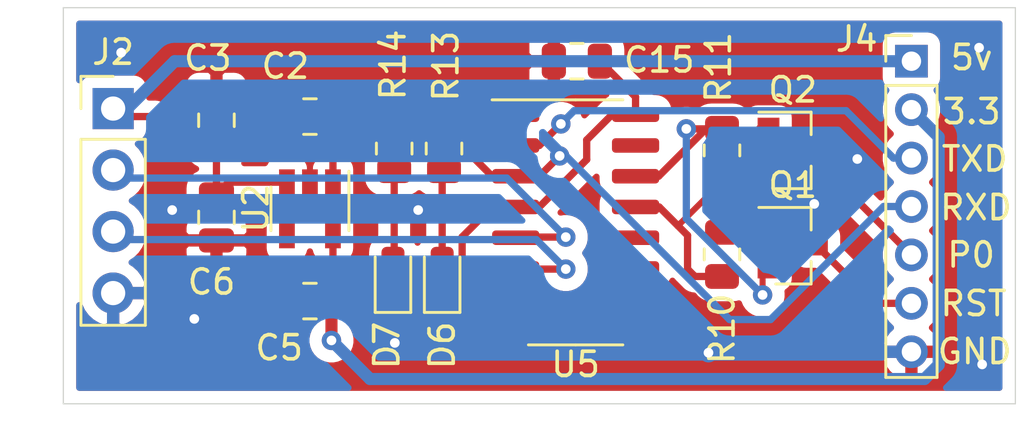
<source format=kicad_pcb>
(kicad_pcb (version 20171130) (host pcbnew "(5.1.9)-1")

  (general
    (thickness 1.6)
    (drawings 11)
    (tracks 119)
    (zones 0)
    (modules 17)
    (nets 24)
  )

  (page A4 portrait)
  (layers
    (0 F.Cu signal)
    (31 B.Cu signal)
    (32 B.Adhes user)
    (33 F.Adhes user)
    (34 B.Paste user)
    (35 F.Paste user)
    (36 B.SilkS user)
    (37 F.SilkS user)
    (38 B.Mask user)
    (39 F.Mask user)
    (40 Dwgs.User user)
    (41 Cmts.User user)
    (42 Eco1.User user)
    (43 Eco2.User user)
    (44 Edge.Cuts user)
    (45 Margin user)
    (46 B.CrtYd user)
    (47 F.CrtYd user)
    (48 B.Fab user hide)
    (49 F.Fab user)
  )

  (setup
    (last_trace_width 0.25)
    (user_trace_width 0.3)
    (user_trace_width 0.5)
    (user_trace_width 0.75)
    (trace_clearance 0.2)
    (zone_clearance 0.508)
    (zone_45_only no)
    (trace_min 0.2)
    (via_size 0.8)
    (via_drill 0.4)
    (via_min_size 0.4)
    (via_min_drill 0.3)
    (user_via 4.1 4)
    (uvia_size 0.3)
    (uvia_drill 0.1)
    (uvias_allowed no)
    (uvia_min_size 0.2)
    (uvia_min_drill 0.1)
    (edge_width 0.05)
    (segment_width 0.2)
    (pcb_text_width 0.3)
    (pcb_text_size 1.5 1.5)
    (mod_edge_width 0.12)
    (mod_text_size 1 1)
    (mod_text_width 0.15)
    (pad_size 1.524 1.524)
    (pad_drill 0.762)
    (pad_to_mask_clearance 0.051)
    (solder_mask_min_width 0.25)
    (aux_axis_origin 0 0)
    (visible_elements 7FFFFFFF)
    (pcbplotparams
      (layerselection 0x010f0_ffffffff)
      (usegerberextensions true)
      (usegerberattributes false)
      (usegerberadvancedattributes false)
      (creategerberjobfile false)
      (excludeedgelayer true)
      (linewidth 0.100000)
      (plotframeref false)
      (viasonmask false)
      (mode 1)
      (useauxorigin false)
      (hpglpennumber 1)
      (hpglpenspeed 20)
      (hpglpendiameter 15.000000)
      (psnegative false)
      (psa4output false)
      (plotreference true)
      (plotvalue false)
      (plotinvisibletext false)
      (padsonsilk false)
      (subtractmaskfromsilk true)
      (outputformat 1)
      (mirror false)
      (drillshape 0)
      (scaleselection 1)
      (outputdirectory "jlpcb/"))
  )

  (net 0 "")
  (net 1 GND)
  (net 2 +3V3)
  (net 3 /ESP_EN)
  (net 4 /BOOT)
  (net 5 /ESP_TXD)
  (net 6 /ESP_RXD)
  (net 7 "Net-(U5-Pad12)")
  (net 8 "Net-(U5-Pad11)")
  (net 9 "Net-(U5-Pad10)")
  (net 10 "Net-(U5-Pad9)")
  (net 11 /FT_RTS)
  (net 12 /FT_DTR)
  (net 13 "Net-(Q1-Pad1)")
  (net 14 "Net-(Q2-Pad1)")
  (net 15 "Net-(D6-Pad2)")
  (net 16 "Net-(D7-Pad2)")
  (net 17 "Net-(U5-Pad15)")
  (net 18 VBUS)
  (net 19 "Net-(U2-Pad4)")
  (net 20 "Net-(U5-Pad8)")
  (net 21 "Net-(U5-Pad7)")
  (net 22 /D+)
  (net 23 /D-)

  (net_class Default "This is the default net class."
    (clearance 0.2)
    (trace_width 0.25)
    (via_dia 0.8)
    (via_drill 0.4)
    (uvia_dia 0.3)
    (uvia_drill 0.1)
    (add_net +3V3)
    (add_net /BOOT)
    (add_net /D+)
    (add_net /D-)
    (add_net /ESP_EN)
    (add_net /ESP_RXD)
    (add_net /ESP_TXD)
    (add_net /FT_DTR)
    (add_net /FT_RTS)
    (add_net GND)
    (add_net "Net-(D6-Pad2)")
    (add_net "Net-(D7-Pad2)")
    (add_net "Net-(Q1-Pad1)")
    (add_net "Net-(Q2-Pad1)")
    (add_net "Net-(U2-Pad4)")
    (add_net "Net-(U5-Pad10)")
    (add_net "Net-(U5-Pad11)")
    (add_net "Net-(U5-Pad12)")
    (add_net "Net-(U5-Pad15)")
    (add_net "Net-(U5-Pad7)")
    (add_net "Net-(U5-Pad8)")
    (add_net "Net-(U5-Pad9)")
    (add_net VBUS)
  )

  (net_class power ""
    (clearance 0.2)
    (trace_width 0.5)
    (via_dia 0.8)
    (via_drill 0.4)
    (uvia_dia 0.3)
    (uvia_drill 0.1)
  )

  (module Package_TO_SOT_SMD:SOT-23 (layer F.Cu) (tedit 5A02FF57) (tstamp 5F45BF39)
    (at 69.469 28.829)
    (descr "SOT-23, Standard")
    (tags SOT-23)
    (path /5F59F447)
    (attr smd)
    (fp_text reference Q2 (at 0 -2.5) (layer F.SilkS)
      (effects (font (size 1 1) (thickness 0.15)))
    )
    (fp_text value S8050-Transistor_BJT (at 0 2.5) (layer F.Fab)
      (effects (font (size 1 1) (thickness 0.15)))
    )
    (fp_line (start 0.76 1.58) (end -0.7 1.58) (layer F.SilkS) (width 0.12))
    (fp_line (start 0.76 -1.58) (end -1.4 -1.58) (layer F.SilkS) (width 0.12))
    (fp_line (start -1.7 1.75) (end -1.7 -1.75) (layer F.CrtYd) (width 0.05))
    (fp_line (start 1.7 1.75) (end -1.7 1.75) (layer F.CrtYd) (width 0.05))
    (fp_line (start 1.7 -1.75) (end 1.7 1.75) (layer F.CrtYd) (width 0.05))
    (fp_line (start -1.7 -1.75) (end 1.7 -1.75) (layer F.CrtYd) (width 0.05))
    (fp_line (start 0.76 -1.58) (end 0.76 -0.65) (layer F.SilkS) (width 0.12))
    (fp_line (start 0.76 1.58) (end 0.76 0.65) (layer F.SilkS) (width 0.12))
    (fp_line (start -0.7 1.52) (end 0.7 1.52) (layer F.Fab) (width 0.1))
    (fp_line (start 0.7 -1.52) (end 0.7 1.52) (layer F.Fab) (width 0.1))
    (fp_line (start -0.7 -0.95) (end -0.15 -1.52) (layer F.Fab) (width 0.1))
    (fp_line (start -0.15 -1.52) (end 0.7 -1.52) (layer F.Fab) (width 0.1))
    (fp_line (start -0.7 -0.95) (end -0.7 1.5) (layer F.Fab) (width 0.1))
    (fp_text user %R (at 0 0 90) (layer F.Fab)
      (effects (font (size 0.5 0.5) (thickness 0.075)))
    )
    (pad 3 smd rect (at 1 0) (size 0.9 0.8) (layers F.Cu F.Paste F.Mask)
      (net 4 /BOOT))
    (pad 2 smd rect (at -1 0.95) (size 0.9 0.8) (layers F.Cu F.Paste F.Mask)
      (net 12 /FT_DTR))
    (pad 1 smd rect (at -1 -0.95) (size 0.9 0.8) (layers F.Cu F.Paste F.Mask)
      (net 14 "Net-(Q2-Pad1)"))
    (model ${KISYS3DMOD}/Package_TO_SOT_SMD.3dshapes/SOT-23.wrl
      (at (xyz 0 0 0))
      (scale (xyz 1 1 1))
      (rotate (xyz 0 0 0))
    )
  )

  (module Package_TO_SOT_SMD:SOT-23 (layer F.Cu) (tedit 5A02FF57) (tstamp 5F45BF24)
    (at 69.469 32.766)
    (descr "SOT-23, Standard")
    (tags SOT-23)
    (path /5F59E78A)
    (attr smd)
    (fp_text reference Q1 (at 0 -2.5) (layer F.SilkS)
      (effects (font (size 1 1) (thickness 0.15)))
    )
    (fp_text value S8050-Transistor_BJT (at 0 2.5) (layer F.Fab)
      (effects (font (size 1 1) (thickness 0.15)))
    )
    (fp_line (start 0.76 1.58) (end -0.7 1.58) (layer F.SilkS) (width 0.12))
    (fp_line (start 0.76 -1.58) (end -1.4 -1.58) (layer F.SilkS) (width 0.12))
    (fp_line (start -1.7 1.75) (end -1.7 -1.75) (layer F.CrtYd) (width 0.05))
    (fp_line (start 1.7 1.75) (end -1.7 1.75) (layer F.CrtYd) (width 0.05))
    (fp_line (start 1.7 -1.75) (end 1.7 1.75) (layer F.CrtYd) (width 0.05))
    (fp_line (start -1.7 -1.75) (end 1.7 -1.75) (layer F.CrtYd) (width 0.05))
    (fp_line (start 0.76 -1.58) (end 0.76 -0.65) (layer F.SilkS) (width 0.12))
    (fp_line (start 0.76 1.58) (end 0.76 0.65) (layer F.SilkS) (width 0.12))
    (fp_line (start -0.7 1.52) (end 0.7 1.52) (layer F.Fab) (width 0.1))
    (fp_line (start 0.7 -1.52) (end 0.7 1.52) (layer F.Fab) (width 0.1))
    (fp_line (start -0.7 -0.95) (end -0.15 -1.52) (layer F.Fab) (width 0.1))
    (fp_line (start -0.15 -1.52) (end 0.7 -1.52) (layer F.Fab) (width 0.1))
    (fp_line (start -0.7 -0.95) (end -0.7 1.5) (layer F.Fab) (width 0.1))
    (fp_text user %R (at 0 0 90) (layer F.Fab)
      (effects (font (size 0.5 0.5) (thickness 0.075)))
    )
    (pad 3 smd rect (at 1 0) (size 0.9 0.8) (layers F.Cu F.Paste F.Mask)
      (net 3 /ESP_EN))
    (pad 2 smd rect (at -1 0.95) (size 0.9 0.8) (layers F.Cu F.Paste F.Mask)
      (net 11 /FT_RTS))
    (pad 1 smd rect (at -1 -0.95) (size 0.9 0.8) (layers F.Cu F.Paste F.Mask)
      (net 13 "Net-(Q1-Pad1)"))
    (model ${KISYS3DMOD}/Package_TO_SOT_SMD.3dshapes/SOT-23.wrl
      (at (xyz 0 0 0))
      (scale (xyz 1 1 1))
      (rotate (xyz 0 0 0))
    )
  )

  (module Connector_PinHeader_2.00mm:PinHeader_1x07_P2.00mm_Vertical (layer F.Cu) (tedit 59FED667) (tstamp 6356F51A)
    (at 74.3712 25.146)
    (descr "Through hole straight pin header, 1x07, 2.00mm pitch, single row")
    (tags "Through hole pin header THT 1x07 2.00mm single row")
    (path /635D8B69)
    (fp_text reference J4 (at -2.2606 -0.9144) (layer F.SilkS)
      (effects (font (size 1 1) (thickness 0.15)))
    )
    (fp_text value Conn_01x07 (at 0 14.06) (layer F.Fab)
      (effects (font (size 1 1) (thickness 0.15)))
    )
    (fp_line (start 1.5 -1.5) (end -1.5 -1.5) (layer F.CrtYd) (width 0.05))
    (fp_line (start 1.5 13.5) (end 1.5 -1.5) (layer F.CrtYd) (width 0.05))
    (fp_line (start -1.5 13.5) (end 1.5 13.5) (layer F.CrtYd) (width 0.05))
    (fp_line (start -1.5 -1.5) (end -1.5 13.5) (layer F.CrtYd) (width 0.05))
    (fp_line (start -1.06 -1.06) (end 0 -1.06) (layer F.SilkS) (width 0.12))
    (fp_line (start -1.06 0) (end -1.06 -1.06) (layer F.SilkS) (width 0.12))
    (fp_line (start -1.06 1) (end 1.06 1) (layer F.SilkS) (width 0.12))
    (fp_line (start 1.06 1) (end 1.06 13.06) (layer F.SilkS) (width 0.12))
    (fp_line (start -1.06 1) (end -1.06 13.06) (layer F.SilkS) (width 0.12))
    (fp_line (start -1.06 13.06) (end 1.06 13.06) (layer F.SilkS) (width 0.12))
    (fp_line (start -1 -0.5) (end -0.5 -1) (layer F.Fab) (width 0.1))
    (fp_line (start -1 13) (end -1 -0.5) (layer F.Fab) (width 0.1))
    (fp_line (start 1 13) (end -1 13) (layer F.Fab) (width 0.1))
    (fp_line (start 1 -1) (end 1 13) (layer F.Fab) (width 0.1))
    (fp_line (start -0.5 -1) (end 1 -1) (layer F.Fab) (width 0.1))
    (fp_text user %R (at 0 6 90) (layer F.Fab)
      (effects (font (size 1 1) (thickness 0.15)))
    )
    (pad 7 thru_hole oval (at 0 12) (size 1.35 1.35) (drill 0.8) (layers *.Cu *.Mask)
      (net 1 GND))
    (pad 6 thru_hole oval (at 0 10) (size 1.35 1.35) (drill 0.8) (layers *.Cu *.Mask)
      (net 3 /ESP_EN))
    (pad 5 thru_hole oval (at 0 8) (size 1.35 1.35) (drill 0.8) (layers *.Cu *.Mask)
      (net 4 /BOOT))
    (pad 4 thru_hole oval (at 0 6) (size 1.35 1.35) (drill 0.8) (layers *.Cu *.Mask)
      (net 5 /ESP_TXD))
    (pad 3 thru_hole oval (at 0 4) (size 1.35 1.35) (drill 0.8) (layers *.Cu *.Mask)
      (net 6 /ESP_RXD))
    (pad 2 thru_hole oval (at 0 2) (size 1.35 1.35) (drill 0.8) (layers *.Cu *.Mask)
      (net 2 +3V3))
    (pad 1 thru_hole rect (at 0 0) (size 1.35 1.35) (drill 0.8) (layers *.Cu *.Mask)
      (net 18 VBUS))
    (model ${KISYS3DMOD}/Connector_PinHeader_2.00mm.3dshapes/PinHeader_1x07_P2.00mm_Vertical.wrl
      (at (xyz 0 0 0))
      (scale (xyz 1 1 1))
      (rotate (xyz 0 0 0))
    )
  )

  (module Capacitor_SMD:C_0805_2012Metric (layer F.Cu) (tedit 5F68FEEE) (tstamp 6356F020)
    (at 60.5536 25.146 180)
    (descr "Capacitor SMD 0805 (2012 Metric), square (rectangular) end terminal, IPC_7351 nominal, (Body size source: IPC-SM-782 page 76, https://www.pcb-3d.com/wordpress/wp-content/uploads/ipc-sm-782a_amendment_1_and_2.pdf, https://docs.google.com/spreadsheets/d/1BsfQQcO9C6DZCsRaXUlFlo91Tg2WpOkGARC1WS5S8t0/edit?usp=sharing), generated with kicad-footprint-generator")
    (tags capacitor)
    (path /5F630245)
    (attr smd)
    (fp_text reference C15 (at -3.4036 0.0508) (layer F.SilkS)
      (effects (font (size 1 1) (thickness 0.15)))
    )
    (fp_text value 1uF (at 0 1.68) (layer F.Fab)
      (effects (font (size 1 1) (thickness 0.15)))
    )
    (fp_line (start 1.7 0.98) (end -1.7 0.98) (layer F.CrtYd) (width 0.05))
    (fp_line (start 1.7 -0.98) (end 1.7 0.98) (layer F.CrtYd) (width 0.05))
    (fp_line (start -1.7 -0.98) (end 1.7 -0.98) (layer F.CrtYd) (width 0.05))
    (fp_line (start -1.7 0.98) (end -1.7 -0.98) (layer F.CrtYd) (width 0.05))
    (fp_line (start -0.261252 0.735) (end 0.261252 0.735) (layer F.SilkS) (width 0.12))
    (fp_line (start -0.261252 -0.735) (end 0.261252 -0.735) (layer F.SilkS) (width 0.12))
    (fp_line (start 1 0.625) (end -1 0.625) (layer F.Fab) (width 0.1))
    (fp_line (start 1 -0.625) (end 1 0.625) (layer F.Fab) (width 0.1))
    (fp_line (start -1 -0.625) (end 1 -0.625) (layer F.Fab) (width 0.1))
    (fp_line (start -1 0.625) (end -1 -0.625) (layer F.Fab) (width 0.1))
    (fp_text user %R (at 0 0) (layer F.Fab)
      (effects (font (size 0.5 0.5) (thickness 0.08)))
    )
    (pad 2 smd roundrect (at 0.95 0 180) (size 1 1.45) (layers F.Cu F.Paste F.Mask) (roundrect_rratio 0.25)
      (net 1 GND))
    (pad 1 smd roundrect (at -0.95 0 180) (size 1 1.45) (layers F.Cu F.Paste F.Mask) (roundrect_rratio 0.25)
      (net 2 +3V3))
    (model ${KISYS3DMOD}/Capacitor_SMD.3dshapes/C_0805_2012Metric.wrl
      (at (xyz 0 0 0))
      (scale (xyz 1 1 1))
      (rotate (xyz 0 0 0))
    )
  )

  (module Connector_PinHeader_2.54mm:PinHeader_1x04_P2.54mm_Vertical (layer F.Cu) (tedit 59FED5CC) (tstamp 6356C011)
    (at 41.402 27.1018)
    (descr "Through hole straight pin header, 1x04, 2.54mm pitch, single row")
    (tags "Through hole pin header THT 1x04 2.54mm single row")
    (path /635A913C)
    (fp_text reference J2 (at 0 -2.33) (layer F.SilkS)
      (effects (font (size 1 1) (thickness 0.15)))
    )
    (fp_text value Conn_01x04 (at 0 9.95) (layer F.Fab)
      (effects (font (size 1 1) (thickness 0.15)))
    )
    (fp_line (start 1.8 -1.8) (end -1.8 -1.8) (layer F.CrtYd) (width 0.05))
    (fp_line (start 1.8 9.4) (end 1.8 -1.8) (layer F.CrtYd) (width 0.05))
    (fp_line (start -1.8 9.4) (end 1.8 9.4) (layer F.CrtYd) (width 0.05))
    (fp_line (start -1.8 -1.8) (end -1.8 9.4) (layer F.CrtYd) (width 0.05))
    (fp_line (start -1.33 -1.33) (end 0 -1.33) (layer F.SilkS) (width 0.12))
    (fp_line (start -1.33 0) (end -1.33 -1.33) (layer F.SilkS) (width 0.12))
    (fp_line (start -1.33 1.27) (end 1.33 1.27) (layer F.SilkS) (width 0.12))
    (fp_line (start 1.33 1.27) (end 1.33 8.95) (layer F.SilkS) (width 0.12))
    (fp_line (start -1.33 1.27) (end -1.33 8.95) (layer F.SilkS) (width 0.12))
    (fp_line (start -1.33 8.95) (end 1.33 8.95) (layer F.SilkS) (width 0.12))
    (fp_line (start -1.27 -0.635) (end -0.635 -1.27) (layer F.Fab) (width 0.1))
    (fp_line (start -1.27 8.89) (end -1.27 -0.635) (layer F.Fab) (width 0.1))
    (fp_line (start 1.27 8.89) (end -1.27 8.89) (layer F.Fab) (width 0.1))
    (fp_line (start 1.27 -1.27) (end 1.27 8.89) (layer F.Fab) (width 0.1))
    (fp_line (start -0.635 -1.27) (end 1.27 -1.27) (layer F.Fab) (width 0.1))
    (fp_text user %R (at 0 3.81 90) (layer F.Fab)
      (effects (font (size 1 1) (thickness 0.15)))
    )
    (pad 4 thru_hole oval (at 0 7.62) (size 1.7 1.7) (drill 1) (layers *.Cu *.Mask)
      (net 1 GND))
    (pad 3 thru_hole oval (at 0 5.08) (size 1.7 1.7) (drill 1) (layers *.Cu *.Mask)
      (net 23 /D-))
    (pad 2 thru_hole oval (at 0 2.54) (size 1.7 1.7) (drill 1) (layers *.Cu *.Mask)
      (net 22 /D+))
    (pad 1 thru_hole rect (at 0 0) (size 1.7 1.7) (drill 1) (layers *.Cu *.Mask)
      (net 18 VBUS))
    (model ${KISYS3DMOD}/Connector_PinHeader_2.54mm.3dshapes/PinHeader_1x04_P2.54mm_Vertical.wrl
      (at (xyz 0 0 0))
      (scale (xyz 1 1 1))
      (rotate (xyz 0 0 0))
    )
  )

  (module Package_TO_SOT_SMD:SOT-23-5 (layer F.Cu) (tedit 5A02FF57) (tstamp 6086EBD6)
    (at 49.53 31.242 270)
    (descr "5-pin SOT23 package")
    (tags SOT-23-5)
    (path /608F3975)
    (attr smd)
    (fp_text reference U2 (at -0.0254 2.2352 270) (layer F.SilkS)
      (effects (font (size 1 1) (thickness 0.15)))
    )
    (fp_text value AP2112K-3.3 (at 0 2.9 270) (layer F.Fab)
      (effects (font (size 1 1) (thickness 0.15)))
    )
    (fp_line (start 0.9 -1.55) (end 0.9 1.55) (layer F.Fab) (width 0.1))
    (fp_line (start 0.9 1.55) (end -0.9 1.55) (layer F.Fab) (width 0.1))
    (fp_line (start -0.9 -0.9) (end -0.9 1.55) (layer F.Fab) (width 0.1))
    (fp_line (start 0.9 -1.55) (end -0.25 -1.55) (layer F.Fab) (width 0.1))
    (fp_line (start -0.9 -0.9) (end -0.25 -1.55) (layer F.Fab) (width 0.1))
    (fp_line (start -1.9 1.8) (end -1.9 -1.8) (layer F.CrtYd) (width 0.05))
    (fp_line (start 1.9 1.8) (end -1.9 1.8) (layer F.CrtYd) (width 0.05))
    (fp_line (start 1.9 -1.8) (end 1.9 1.8) (layer F.CrtYd) (width 0.05))
    (fp_line (start -1.9 -1.8) (end 1.9 -1.8) (layer F.CrtYd) (width 0.05))
    (fp_line (start 0.9 -1.61) (end -1.55 -1.61) (layer F.SilkS) (width 0.12))
    (fp_line (start -0.9 1.61) (end 0.9 1.61) (layer F.SilkS) (width 0.12))
    (fp_text user %R (at 0 0 180) (layer F.Fab)
      (effects (font (size 0.5 0.5) (thickness 0.075)))
    )
    (pad 5 smd rect (at 1.1 -0.95 270) (size 1.06 0.65) (layers F.Cu F.Paste F.Mask)
      (net 2 +3V3))
    (pad 4 smd rect (at 1.1 0.95 270) (size 1.06 0.65) (layers F.Cu F.Paste F.Mask)
      (net 19 "Net-(U2-Pad4)"))
    (pad 3 smd rect (at -1.1 0.95 270) (size 1.06 0.65) (layers F.Cu F.Paste F.Mask)
      (net 18 VBUS))
    (pad 2 smd rect (at -1.1 0 270) (size 1.06 0.65) (layers F.Cu F.Paste F.Mask)
      (net 1 GND))
    (pad 1 smd rect (at -1.1 -0.95 270) (size 1.06 0.65) (layers F.Cu F.Paste F.Mask)
      (net 18 VBUS))
    (model ${KISYS3DMOD}/Package_TO_SOT_SMD.3dshapes/SOT-23-5.wrl
      (at (xyz 0 0 0))
      (scale (xyz 1 1 1))
      (rotate (xyz 0 0 0))
    )
  )

  (module Capacitor_SMD:C_0805_2012Metric (layer F.Cu) (tedit 5F68FEEE) (tstamp 6086DD05)
    (at 49.53 35.052)
    (descr "Capacitor SMD 0805 (2012 Metric), square (rectangular) end terminal, IPC_7351 nominal, (Body size source: IPC-SM-782 page 76, https://www.pcb-3d.com/wordpress/wp-content/uploads/ipc-sm-782a_amendment_1_and_2.pdf, https://docs.google.com/spreadsheets/d/1BsfQQcO9C6DZCsRaXUlFlo91Tg2WpOkGARC1WS5S8t0/edit?usp=sharing), generated with kicad-footprint-generator")
    (tags capacitor)
    (path /608F59EC)
    (attr smd)
    (fp_text reference C5 (at -1.27 1.9304 180) (layer F.SilkS)
      (effects (font (size 1 1) (thickness 0.15)))
    )
    (fp_text value 1uF (at 0 1.68 180) (layer F.Fab)
      (effects (font (size 1 1) (thickness 0.15)))
    )
    (fp_line (start 1.7 0.98) (end -1.7 0.98) (layer F.CrtYd) (width 0.05))
    (fp_line (start 1.7 -0.98) (end 1.7 0.98) (layer F.CrtYd) (width 0.05))
    (fp_line (start -1.7 -0.98) (end 1.7 -0.98) (layer F.CrtYd) (width 0.05))
    (fp_line (start -1.7 0.98) (end -1.7 -0.98) (layer F.CrtYd) (width 0.05))
    (fp_line (start -0.261252 0.735) (end 0.261252 0.735) (layer F.SilkS) (width 0.12))
    (fp_line (start -0.261252 -0.735) (end 0.261252 -0.735) (layer F.SilkS) (width 0.12))
    (fp_line (start 1 0.625) (end -1 0.625) (layer F.Fab) (width 0.1))
    (fp_line (start 1 -0.625) (end 1 0.625) (layer F.Fab) (width 0.1))
    (fp_line (start -1 -0.625) (end 1 -0.625) (layer F.Fab) (width 0.1))
    (fp_line (start -1 0.625) (end -1 -0.625) (layer F.Fab) (width 0.1))
    (fp_text user %R (at 0 0 180) (layer F.Fab)
      (effects (font (size 0.5 0.5) (thickness 0.08)))
    )
    (pad 2 smd roundrect (at 0.95 0) (size 1 1.45) (layers F.Cu F.Paste F.Mask) (roundrect_rratio 0.25)
      (net 2 +3V3))
    (pad 1 smd roundrect (at -0.95 0) (size 1 1.45) (layers F.Cu F.Paste F.Mask) (roundrect_rratio 0.25)
      (net 1 GND))
    (model ${KISYS3DMOD}/Capacitor_SMD.3dshapes/C_0805_2012Metric.wrl
      (at (xyz 0 0 0))
      (scale (xyz 1 1 1))
      (rotate (xyz 0 0 0))
    )
  )

  (module Capacitor_SMD:C_0805_2012Metric (layer F.Cu) (tedit 5F68FEEE) (tstamp 6086DCB4)
    (at 49.53 27.432)
    (descr "Capacitor SMD 0805 (2012 Metric), square (rectangular) end terminal, IPC_7351 nominal, (Body size source: IPC-SM-782 page 76, https://www.pcb-3d.com/wordpress/wp-content/uploads/ipc-sm-782a_amendment_1_and_2.pdf, https://docs.google.com/spreadsheets/d/1BsfQQcO9C6DZCsRaXUlFlo91Tg2WpOkGARC1WS5S8t0/edit?usp=sharing), generated with kicad-footprint-generator")
    (tags capacitor)
    (path /608F5042)
    (attr smd)
    (fp_text reference C2 (at -1.016 -2.0828 180) (layer F.SilkS)
      (effects (font (size 1 1) (thickness 0.15)))
    )
    (fp_text value 1uF (at 0 1.68 180) (layer F.Fab)
      (effects (font (size 1 1) (thickness 0.15)))
    )
    (fp_line (start 1.7 0.98) (end -1.7 0.98) (layer F.CrtYd) (width 0.05))
    (fp_line (start 1.7 -0.98) (end 1.7 0.98) (layer F.CrtYd) (width 0.05))
    (fp_line (start -1.7 -0.98) (end 1.7 -0.98) (layer F.CrtYd) (width 0.05))
    (fp_line (start -1.7 0.98) (end -1.7 -0.98) (layer F.CrtYd) (width 0.05))
    (fp_line (start -0.261252 0.735) (end 0.261252 0.735) (layer F.SilkS) (width 0.12))
    (fp_line (start -0.261252 -0.735) (end 0.261252 -0.735) (layer F.SilkS) (width 0.12))
    (fp_line (start 1 0.625) (end -1 0.625) (layer F.Fab) (width 0.1))
    (fp_line (start 1 -0.625) (end 1 0.625) (layer F.Fab) (width 0.1))
    (fp_line (start -1 -0.625) (end 1 -0.625) (layer F.Fab) (width 0.1))
    (fp_line (start -1 0.625) (end -1 -0.625) (layer F.Fab) (width 0.1))
    (fp_text user %R (at 0 0 180) (layer F.Fab)
      (effects (font (size 0.5 0.5) (thickness 0.08)))
    )
    (pad 2 smd roundrect (at 0.95 0) (size 1 1.45) (layers F.Cu F.Paste F.Mask) (roundrect_rratio 0.25)
      (net 18 VBUS))
    (pad 1 smd roundrect (at -0.95 0) (size 1 1.45) (layers F.Cu F.Paste F.Mask) (roundrect_rratio 0.25)
      (net 1 GND))
    (model ${KISYS3DMOD}/Capacitor_SMD.3dshapes/C_0805_2012Metric.wrl
      (at (xyz 0 0 0))
      (scale (xyz 1 1 1))
      (rotate (xyz 0 0 0))
    )
  )

  (module Capacitor_SMD:C_0805_2012Metric (layer F.Cu) (tedit 5F68FEEE) (tstamp 607266DC)
    (at 45.6692 31.5976 90)
    (descr "Capacitor SMD 0805 (2012 Metric), square (rectangular) end terminal, IPC_7351 nominal, (Body size source: IPC-SM-782 page 76, https://www.pcb-3d.com/wordpress/wp-content/uploads/ipc-sm-782a_amendment_1_and_2.pdf, https://docs.google.com/spreadsheets/d/1BsfQQcO9C6DZCsRaXUlFlo91Tg2WpOkGARC1WS5S8t0/edit?usp=sharing), generated with kicad-footprint-generator")
    (tags capacitor)
    (path /60B6306D)
    (attr smd)
    (fp_text reference C6 (at -2.667 -0.2032) (layer F.SilkS)
      (effects (font (size 1 1) (thickness 0.15)))
    )
    (fp_text value 10uF (at 0 1.68 270) (layer F.Fab)
      (effects (font (size 1 1) (thickness 0.15)))
    )
    (fp_line (start 1.7 0.98) (end -1.7 0.98) (layer F.CrtYd) (width 0.05))
    (fp_line (start 1.7 -0.98) (end 1.7 0.98) (layer F.CrtYd) (width 0.05))
    (fp_line (start -1.7 -0.98) (end 1.7 -0.98) (layer F.CrtYd) (width 0.05))
    (fp_line (start -1.7 0.98) (end -1.7 -0.98) (layer F.CrtYd) (width 0.05))
    (fp_line (start -0.261252 0.735) (end 0.261252 0.735) (layer F.SilkS) (width 0.12))
    (fp_line (start -0.261252 -0.735) (end 0.261252 -0.735) (layer F.SilkS) (width 0.12))
    (fp_line (start 1 0.625) (end -1 0.625) (layer F.Fab) (width 0.1))
    (fp_line (start 1 -0.625) (end 1 0.625) (layer F.Fab) (width 0.1))
    (fp_line (start -1 -0.625) (end 1 -0.625) (layer F.Fab) (width 0.1))
    (fp_line (start -1 0.625) (end -1 -0.625) (layer F.Fab) (width 0.1))
    (fp_text user %R (at 0 0 270) (layer F.Fab)
      (effects (font (size 0.5 0.5) (thickness 0.08)))
    )
    (pad 2 smd roundrect (at 0.95 0 90) (size 1 1.45) (layers F.Cu F.Paste F.Mask) (roundrect_rratio 0.25)
      (net 18 VBUS))
    (pad 1 smd roundrect (at -0.95 0 90) (size 1 1.45) (layers F.Cu F.Paste F.Mask) (roundrect_rratio 0.25)
      (net 1 GND))
    (model ${KISYS3DMOD}/Capacitor_SMD.3dshapes/C_0805_2012Metric.wrl
      (at (xyz 0 0 0))
      (scale (xyz 1 1 1))
      (rotate (xyz 0 0 0))
    )
  )

  (module Capacitor_SMD:C_0805_2012Metric (layer F.Cu) (tedit 5F68FEEE) (tstamp 6072665D)
    (at 45.6692 27.5844 270)
    (descr "Capacitor SMD 0805 (2012 Metric), square (rectangular) end terminal, IPC_7351 nominal, (Body size source: IPC-SM-782 page 76, https://www.pcb-3d.com/wordpress/wp-content/uploads/ipc-sm-782a_amendment_1_and_2.pdf, https://docs.google.com/spreadsheets/d/1BsfQQcO9C6DZCsRaXUlFlo91Tg2WpOkGARC1WS5S8t0/edit?usp=sharing), generated with kicad-footprint-generator")
    (tags capacitor)
    (path /60B62259)
    (attr smd)
    (fp_text reference C3 (at -2.5654 0.3556) (layer F.SilkS)
      (effects (font (size 1 1) (thickness 0.15)))
    )
    (fp_text value 100pf (at 0 1.68 270) (layer F.Fab)
      (effects (font (size 1 1) (thickness 0.15)))
    )
    (fp_line (start 1.7 0.98) (end -1.7 0.98) (layer F.CrtYd) (width 0.05))
    (fp_line (start 1.7 -0.98) (end 1.7 0.98) (layer F.CrtYd) (width 0.05))
    (fp_line (start -1.7 -0.98) (end 1.7 -0.98) (layer F.CrtYd) (width 0.05))
    (fp_line (start -1.7 0.98) (end -1.7 -0.98) (layer F.CrtYd) (width 0.05))
    (fp_line (start -0.261252 0.735) (end 0.261252 0.735) (layer F.SilkS) (width 0.12))
    (fp_line (start -0.261252 -0.735) (end 0.261252 -0.735) (layer F.SilkS) (width 0.12))
    (fp_line (start 1 0.625) (end -1 0.625) (layer F.Fab) (width 0.1))
    (fp_line (start 1 -0.625) (end 1 0.625) (layer F.Fab) (width 0.1))
    (fp_line (start -1 -0.625) (end 1 -0.625) (layer F.Fab) (width 0.1))
    (fp_line (start -1 0.625) (end -1 -0.625) (layer F.Fab) (width 0.1))
    (fp_text user %R (at 0 0 270) (layer F.Fab)
      (effects (font (size 0.5 0.5) (thickness 0.08)))
    )
    (pad 2 smd roundrect (at 0.95 0 270) (size 1 1.45) (layers F.Cu F.Paste F.Mask) (roundrect_rratio 0.25)
      (net 18 VBUS))
    (pad 1 smd roundrect (at -0.95 0 270) (size 1 1.45) (layers F.Cu F.Paste F.Mask) (roundrect_rratio 0.25)
      (net 1 GND))
    (model ${KISYS3DMOD}/Capacitor_SMD.3dshapes/C_0805_2012Metric.wrl
      (at (xyz 0 0 0))
      (scale (xyz 1 1 1))
      (rotate (xyz 0 0 0))
    )
  )

  (module LED_SMD:LED_0603_1608Metric (layer F.Cu) (tedit 5F68FEF1) (tstamp 5F45BDD0)
    (at 54.991 34.036 90)
    (descr "LED SMD 0603 (1608 Metric), square (rectangular) end terminal, IPC_7351 nominal, (Body size source: http://www.tortai-tech.com/upload/download/2011102023233369053.pdf), generated with kicad-footprint-generator")
    (tags LED)
    (path /5F61D31C)
    (attr smd)
    (fp_text reference D6 (at -2.8448 0 270) (layer F.SilkS)
      (effects (font (size 1 1) (thickness 0.15)))
    )
    (fp_text value LED (at 0 1.43 90) (layer F.Fab)
      (effects (font (size 1 1) (thickness 0.15)))
    )
    (fp_line (start 1.48 0.73) (end -1.48 0.73) (layer F.CrtYd) (width 0.05))
    (fp_line (start 1.48 -0.73) (end 1.48 0.73) (layer F.CrtYd) (width 0.05))
    (fp_line (start -1.48 -0.73) (end 1.48 -0.73) (layer F.CrtYd) (width 0.05))
    (fp_line (start -1.48 0.73) (end -1.48 -0.73) (layer F.CrtYd) (width 0.05))
    (fp_line (start -1.485 0.735) (end 0.8 0.735) (layer F.SilkS) (width 0.12))
    (fp_line (start -1.485 -0.735) (end -1.485 0.735) (layer F.SilkS) (width 0.12))
    (fp_line (start 0.8 -0.735) (end -1.485 -0.735) (layer F.SilkS) (width 0.12))
    (fp_line (start 0.8 0.4) (end 0.8 -0.4) (layer F.Fab) (width 0.1))
    (fp_line (start -0.8 0.4) (end 0.8 0.4) (layer F.Fab) (width 0.1))
    (fp_line (start -0.8 -0.1) (end -0.8 0.4) (layer F.Fab) (width 0.1))
    (fp_line (start -0.5 -0.4) (end -0.8 -0.1) (layer F.Fab) (width 0.1))
    (fp_line (start 0.8 -0.4) (end -0.5 -0.4) (layer F.Fab) (width 0.1))
    (fp_text user %R (at 0 0 90) (layer F.Fab)
      (effects (font (size 0.4 0.4) (thickness 0.06)))
    )
    (pad 2 smd roundrect (at 0.7875 0 90) (size 0.875 0.95) (layers F.Cu F.Paste F.Mask) (roundrect_rratio 0.25)
      (net 15 "Net-(D6-Pad2)"))
    (pad 1 smd roundrect (at -0.7875 0 90) (size 0.875 0.95) (layers F.Cu F.Paste F.Mask) (roundrect_rratio 0.25)
      (net 2 +3V3))
    (model ${KISYS3DMOD}/LED_SMD.3dshapes/LED_0603_1608Metric.wrl
      (at (xyz 0 0 0))
      (scale (xyz 1 1 1))
      (rotate (xyz 0 0 0))
    )
  )

  (module LED_SMD:LED_0603_1608Metric (layer F.Cu) (tedit 5F68FEF1) (tstamp 6072B977)
    (at 52.959 34.036 90)
    (descr "LED SMD 0603 (1608 Metric), square (rectangular) end terminal, IPC_7351 nominal, (Body size source: http://www.tortai-tech.com/upload/download/2011102023233369053.pdf), generated with kicad-footprint-generator")
    (tags LED)
    (path /5F56E355)
    (attr smd)
    (fp_text reference D7 (at -2.8448 -0.254 270) (layer F.SilkS)
      (effects (font (size 1 1) (thickness 0.15)))
    )
    (fp_text value LED (at 0 1.43 90) (layer F.Fab)
      (effects (font (size 1 1) (thickness 0.15)))
    )
    (fp_line (start 1.48 0.73) (end -1.48 0.73) (layer F.CrtYd) (width 0.05))
    (fp_line (start 1.48 -0.73) (end 1.48 0.73) (layer F.CrtYd) (width 0.05))
    (fp_line (start -1.48 -0.73) (end 1.48 -0.73) (layer F.CrtYd) (width 0.05))
    (fp_line (start -1.48 0.73) (end -1.48 -0.73) (layer F.CrtYd) (width 0.05))
    (fp_line (start -1.485 0.735) (end 0.8 0.735) (layer F.SilkS) (width 0.12))
    (fp_line (start -1.485 -0.735) (end -1.485 0.735) (layer F.SilkS) (width 0.12))
    (fp_line (start 0.8 -0.735) (end -1.485 -0.735) (layer F.SilkS) (width 0.12))
    (fp_line (start 0.8 0.4) (end 0.8 -0.4) (layer F.Fab) (width 0.1))
    (fp_line (start -0.8 0.4) (end 0.8 0.4) (layer F.Fab) (width 0.1))
    (fp_line (start -0.8 -0.1) (end -0.8 0.4) (layer F.Fab) (width 0.1))
    (fp_line (start -0.5 -0.4) (end -0.8 -0.1) (layer F.Fab) (width 0.1))
    (fp_line (start 0.8 -0.4) (end -0.5 -0.4) (layer F.Fab) (width 0.1))
    (fp_text user %R (at 0 0 90) (layer F.Fab)
      (effects (font (size 0.4 0.4) (thickness 0.06)))
    )
    (pad 2 smd roundrect (at 0.7875 0 90) (size 0.875 0.95) (layers F.Cu F.Paste F.Mask) (roundrect_rratio 0.25)
      (net 16 "Net-(D7-Pad2)"))
    (pad 1 smd roundrect (at -0.7875 0 90) (size 0.875 0.95) (layers F.Cu F.Paste F.Mask) (roundrect_rratio 0.25)
      (net 2 +3V3))
    (model ${KISYS3DMOD}/LED_SMD.3dshapes/LED_0603_1608Metric.wrl
      (at (xyz 0 0 0))
      (scale (xyz 1 1 1))
      (rotate (xyz 0 0 0))
    )
  )

  (module Package_SO:SOIC-16_3.9x9.9mm_P1.27mm (layer F.Cu) (tedit 5D9F72B1) (tstamp 5F45C18F)
    (at 60.5028 31.8008)
    (descr "SOIC, 16 Pin (JEDEC MS-012AC, https://www.analog.com/media/en/package-pcb-resources/package/pkg_pdf/soic_narrow-r/r_16.pdf), generated with kicad-footprint-generator ipc_gullwing_generator.py")
    (tags "SOIC SO")
    (path /5F3C7EC9)
    (attr smd)
    (fp_text reference U5 (at 0 5.8674 -180) (layer F.SilkS)
      (effects (font (size 1 1) (thickness 0.15)))
    )
    (fp_text value CH340G (at 0 5.9 -180) (layer F.Fab)
      (effects (font (size 1 1) (thickness 0.15)))
    )
    (fp_line (start 3.7 -5.2) (end -3.7 -5.2) (layer F.CrtYd) (width 0.05))
    (fp_line (start 3.7 5.2) (end 3.7 -5.2) (layer F.CrtYd) (width 0.05))
    (fp_line (start -3.7 5.2) (end 3.7 5.2) (layer F.CrtYd) (width 0.05))
    (fp_line (start -3.7 -5.2) (end -3.7 5.2) (layer F.CrtYd) (width 0.05))
    (fp_line (start -1.95 -3.975) (end -0.975 -4.95) (layer F.Fab) (width 0.1))
    (fp_line (start -1.95 4.95) (end -1.95 -3.975) (layer F.Fab) (width 0.1))
    (fp_line (start 1.95 4.95) (end -1.95 4.95) (layer F.Fab) (width 0.1))
    (fp_line (start 1.95 -4.95) (end 1.95 4.95) (layer F.Fab) (width 0.1))
    (fp_line (start -0.975 -4.95) (end 1.95 -4.95) (layer F.Fab) (width 0.1))
    (fp_line (start 0 -5.06) (end -3.45 -5.06) (layer F.SilkS) (width 0.12))
    (fp_line (start 0 -5.06) (end 1.95 -5.06) (layer F.SilkS) (width 0.12))
    (fp_line (start 0 5.06) (end -1.95 5.06) (layer F.SilkS) (width 0.12))
    (fp_line (start 0 5.06) (end 1.95 5.06) (layer F.SilkS) (width 0.12))
    (fp_text user %R (at 0 0 -180) (layer F.Fab)
      (effects (font (size 0.98 0.98) (thickness 0.15)))
    )
    (pad 16 smd roundrect (at 2.475 -4.445) (size 1.95 0.6) (layers F.Cu F.Paste F.Mask) (roundrect_rratio 0.25)
      (net 2 +3V3))
    (pad 15 smd roundrect (at 2.475 -3.175) (size 1.95 0.6) (layers F.Cu F.Paste F.Mask) (roundrect_rratio 0.25)
      (net 17 "Net-(U5-Pad15)"))
    (pad 14 smd roundrect (at 2.475 -1.905) (size 1.95 0.6) (layers F.Cu F.Paste F.Mask) (roundrect_rratio 0.25)
      (net 11 /FT_RTS))
    (pad 13 smd roundrect (at 2.475 -0.635) (size 1.95 0.6) (layers F.Cu F.Paste F.Mask) (roundrect_rratio 0.25)
      (net 12 /FT_DTR))
    (pad 12 smd roundrect (at 2.475 0.635) (size 1.95 0.6) (layers F.Cu F.Paste F.Mask) (roundrect_rratio 0.25)
      (net 7 "Net-(U5-Pad12)"))
    (pad 11 smd roundrect (at 2.475 1.905) (size 1.95 0.6) (layers F.Cu F.Paste F.Mask) (roundrect_rratio 0.25)
      (net 8 "Net-(U5-Pad11)"))
    (pad 10 smd roundrect (at 2.475 3.175) (size 1.95 0.6) (layers F.Cu F.Paste F.Mask) (roundrect_rratio 0.25)
      (net 9 "Net-(U5-Pad10)"))
    (pad 9 smd roundrect (at 2.475 4.445) (size 1.95 0.6) (layers F.Cu F.Paste F.Mask) (roundrect_rratio 0.25)
      (net 10 "Net-(U5-Pad9)"))
    (pad 8 smd roundrect (at -2.475 4.445) (size 1.95 0.6) (layers F.Cu F.Paste F.Mask) (roundrect_rratio 0.25)
      (net 20 "Net-(U5-Pad8)"))
    (pad 7 smd roundrect (at -2.475 3.175) (size 1.95 0.6) (layers F.Cu F.Paste F.Mask) (roundrect_rratio 0.25)
      (net 21 "Net-(U5-Pad7)"))
    (pad 6 smd roundrect (at -2.475 1.905) (size 1.95 0.6) (layers F.Cu F.Paste F.Mask) (roundrect_rratio 0.25)
      (net 23 /D-))
    (pad 5 smd roundrect (at -2.475 0.635) (size 1.95 0.6) (layers F.Cu F.Paste F.Mask) (roundrect_rratio 0.25)
      (net 22 /D+))
    (pad 4 smd roundrect (at -2.475 -0.635) (size 1.95 0.6) (layers F.Cu F.Paste F.Mask) (roundrect_rratio 0.25)
      (net 2 +3V3))
    (pad 3 smd roundrect (at -2.475 -1.905) (size 1.95 0.6) (layers F.Cu F.Paste F.Mask) (roundrect_rratio 0.25)
      (net 5 /ESP_TXD))
    (pad 2 smd roundrect (at -2.475 -3.175) (size 1.95 0.6) (layers F.Cu F.Paste F.Mask) (roundrect_rratio 0.25)
      (net 6 /ESP_RXD))
    (pad 1 smd roundrect (at -2.475 -4.445) (size 1.95 0.6) (layers F.Cu F.Paste F.Mask) (roundrect_rratio 0.25)
      (net 1 GND))
    (model ${KISYS3DMOD}/Package_SO.3dshapes/SOIC-16_3.9x9.9mm_P1.27mm.wrl
      (at (xyz 0 0 0))
      (scale (xyz 1 1 1))
      (rotate (xyz 0 0 0))
    )
  )

  (module Resistor_SMD:R_0805_2012Metric (layer F.Cu) (tedit 5F68FEEE) (tstamp 5F45C049)
    (at 53.0098 28.7528 270)
    (descr "Resistor SMD 0805 (2012 Metric), square (rectangular) end terminal, IPC_7351 nominal, (Body size source: IPC-SM-782 page 72, https://www.pcb-3d.com/wordpress/wp-content/uploads/ipc-sm-782a_amendment_1_and_2.pdf), generated with kicad-footprint-generator")
    (tags resistor)
    (path /5F56EDAC)
    (attr smd)
    (fp_text reference R14 (at -3.4544 0.0508 90) (layer F.SilkS)
      (effects (font (size 1 1) (thickness 0.15)))
    )
    (fp_text value 220r (at 0 1.65 270) (layer F.Fab)
      (effects (font (size 1 1) (thickness 0.15)))
    )
    (fp_line (start 1.68 0.95) (end -1.68 0.95) (layer F.CrtYd) (width 0.05))
    (fp_line (start 1.68 -0.95) (end 1.68 0.95) (layer F.CrtYd) (width 0.05))
    (fp_line (start -1.68 -0.95) (end 1.68 -0.95) (layer F.CrtYd) (width 0.05))
    (fp_line (start -1.68 0.95) (end -1.68 -0.95) (layer F.CrtYd) (width 0.05))
    (fp_line (start -0.227064 0.735) (end 0.227064 0.735) (layer F.SilkS) (width 0.12))
    (fp_line (start -0.227064 -0.735) (end 0.227064 -0.735) (layer F.SilkS) (width 0.12))
    (fp_line (start 1 0.625) (end -1 0.625) (layer F.Fab) (width 0.1))
    (fp_line (start 1 -0.625) (end 1 0.625) (layer F.Fab) (width 0.1))
    (fp_line (start -1 -0.625) (end 1 -0.625) (layer F.Fab) (width 0.1))
    (fp_line (start -1 0.625) (end -1 -0.625) (layer F.Fab) (width 0.1))
    (fp_text user %R (at 0 0 270) (layer F.Fab)
      (effects (font (size 0.5 0.5) (thickness 0.08)))
    )
    (pad 2 smd roundrect (at 0.9125 0 270) (size 1.025 1.4) (layers F.Cu F.Paste F.Mask) (roundrect_rratio 0.2439004878048781)
      (net 16 "Net-(D7-Pad2)"))
    (pad 1 smd roundrect (at -0.9125 0 270) (size 1.025 1.4) (layers F.Cu F.Paste F.Mask) (roundrect_rratio 0.2439004878048781)
      (net 6 /ESP_RXD))
    (model ${KISYS3DMOD}/Resistor_SMD.3dshapes/R_0805_2012Metric.wrl
      (at (xyz 0 0 0))
      (scale (xyz 1 1 1))
      (rotate (xyz 0 0 0))
    )
  )

  (module Resistor_SMD:R_0805_2012Metric (layer F.Cu) (tedit 5F68FEEE) (tstamp 5F45C038)
    (at 55.0672 28.7528 270)
    (descr "Resistor SMD 0805 (2012 Metric), square (rectangular) end terminal, IPC_7351 nominal, (Body size source: IPC-SM-782 page 72, https://www.pcb-3d.com/wordpress/wp-content/uploads/ipc-sm-782a_amendment_1_and_2.pdf), generated with kicad-footprint-generator")
    (tags resistor)
    (path /5F56E72A)
    (attr smd)
    (fp_text reference R13 (at -3.4036 -0.0762 90) (layer F.SilkS)
      (effects (font (size 1 1) (thickness 0.15)))
    )
    (fp_text value 220r (at 0 1.65 270) (layer F.Fab)
      (effects (font (size 1 1) (thickness 0.15)))
    )
    (fp_line (start 1.68 0.95) (end -1.68 0.95) (layer F.CrtYd) (width 0.05))
    (fp_line (start 1.68 -0.95) (end 1.68 0.95) (layer F.CrtYd) (width 0.05))
    (fp_line (start -1.68 -0.95) (end 1.68 -0.95) (layer F.CrtYd) (width 0.05))
    (fp_line (start -1.68 0.95) (end -1.68 -0.95) (layer F.CrtYd) (width 0.05))
    (fp_line (start -0.227064 0.735) (end 0.227064 0.735) (layer F.SilkS) (width 0.12))
    (fp_line (start -0.227064 -0.735) (end 0.227064 -0.735) (layer F.SilkS) (width 0.12))
    (fp_line (start 1 0.625) (end -1 0.625) (layer F.Fab) (width 0.1))
    (fp_line (start 1 -0.625) (end 1 0.625) (layer F.Fab) (width 0.1))
    (fp_line (start -1 -0.625) (end 1 -0.625) (layer F.Fab) (width 0.1))
    (fp_line (start -1 0.625) (end -1 -0.625) (layer F.Fab) (width 0.1))
    (fp_text user %R (at 0 0 270) (layer F.Fab)
      (effects (font (size 0.5 0.5) (thickness 0.08)))
    )
    (pad 2 smd roundrect (at 0.9125 0 270) (size 1.025 1.4) (layers F.Cu F.Paste F.Mask) (roundrect_rratio 0.2439004878048781)
      (net 15 "Net-(D6-Pad2)"))
    (pad 1 smd roundrect (at -0.9125 0 270) (size 1.025 1.4) (layers F.Cu F.Paste F.Mask) (roundrect_rratio 0.2439004878048781)
      (net 5 /ESP_TXD))
    (model ${KISYS3DMOD}/Resistor_SMD.3dshapes/R_0805_2012Metric.wrl
      (at (xyz 0 0 0))
      (scale (xyz 1 1 1))
      (rotate (xyz 0 0 0))
    )
  )

  (module Resistor_SMD:R_0805_2012Metric (layer F.Cu) (tedit 5F68FEEE) (tstamp 5F45C016)
    (at 66.548 28.829 270)
    (descr "Resistor SMD 0805 (2012 Metric), square (rectangular) end terminal, IPC_7351 nominal, (Body size source: IPC-SM-782 page 72, https://www.pcb-3d.com/wordpress/wp-content/uploads/ipc-sm-782a_amendment_1_and_2.pdf), generated with kicad-footprint-generator")
    (tags resistor)
    (path /5F6ACE5A)
    (attr smd)
    (fp_text reference R11 (at -3.429 0.1524 90) (layer F.SilkS)
      (effects (font (size 1 1) (thickness 0.15)))
    )
    (fp_text value 10k (at 0 1.65 90) (layer F.Fab)
      (effects (font (size 1 1) (thickness 0.15)))
    )
    (fp_line (start 1.68 0.95) (end -1.68 0.95) (layer F.CrtYd) (width 0.05))
    (fp_line (start 1.68 -0.95) (end 1.68 0.95) (layer F.CrtYd) (width 0.05))
    (fp_line (start -1.68 -0.95) (end 1.68 -0.95) (layer F.CrtYd) (width 0.05))
    (fp_line (start -1.68 0.95) (end -1.68 -0.95) (layer F.CrtYd) (width 0.05))
    (fp_line (start -0.227064 0.735) (end 0.227064 0.735) (layer F.SilkS) (width 0.12))
    (fp_line (start -0.227064 -0.735) (end 0.227064 -0.735) (layer F.SilkS) (width 0.12))
    (fp_line (start 1 0.625) (end -1 0.625) (layer F.Fab) (width 0.1))
    (fp_line (start 1 -0.625) (end 1 0.625) (layer F.Fab) (width 0.1))
    (fp_line (start -1 -0.625) (end 1 -0.625) (layer F.Fab) (width 0.1))
    (fp_line (start -1 0.625) (end -1 -0.625) (layer F.Fab) (width 0.1))
    (fp_text user %R (at 0 0 90) (layer F.Fab)
      (effects (font (size 0.5 0.5) (thickness 0.08)))
    )
    (pad 2 smd roundrect (at 0.9125 0 270) (size 1.025 1.4) (layers F.Cu F.Paste F.Mask) (roundrect_rratio 0.2439004878048781)
      (net 14 "Net-(Q2-Pad1)"))
    (pad 1 smd roundrect (at -0.9125 0 270) (size 1.025 1.4) (layers F.Cu F.Paste F.Mask) (roundrect_rratio 0.2439004878048781)
      (net 11 /FT_RTS))
    (model ${KISYS3DMOD}/Resistor_SMD.3dshapes/R_0805_2012Metric.wrl
      (at (xyz 0 0 0))
      (scale (xyz 1 1 1))
      (rotate (xyz 0 0 0))
    )
  )

  (module Resistor_SMD:R_0805_2012Metric (layer F.Cu) (tedit 5F68FEEE) (tstamp 5F45C005)
    (at 66.548 33.1235 90)
    (descr "Resistor SMD 0805 (2012 Metric), square (rectangular) end terminal, IPC_7351 nominal, (Body size source: IPC-SM-782 page 72, https://www.pcb-3d.com/wordpress/wp-content/uploads/ipc-sm-782a_amendment_1_and_2.pdf), generated with kicad-footprint-generator")
    (tags resistor)
    (path /5F6ACB57)
    (attr smd)
    (fp_text reference R10 (at -3.0715 0 270) (layer F.SilkS)
      (effects (font (size 1 1) (thickness 0.15)))
    )
    (fp_text value 10k (at 0 1.65 270) (layer F.Fab)
      (effects (font (size 1 1) (thickness 0.15)))
    )
    (fp_line (start 1.68 0.95) (end -1.68 0.95) (layer F.CrtYd) (width 0.05))
    (fp_line (start 1.68 -0.95) (end 1.68 0.95) (layer F.CrtYd) (width 0.05))
    (fp_line (start -1.68 -0.95) (end 1.68 -0.95) (layer F.CrtYd) (width 0.05))
    (fp_line (start -1.68 0.95) (end -1.68 -0.95) (layer F.CrtYd) (width 0.05))
    (fp_line (start -0.227064 0.735) (end 0.227064 0.735) (layer F.SilkS) (width 0.12))
    (fp_line (start -0.227064 -0.735) (end 0.227064 -0.735) (layer F.SilkS) (width 0.12))
    (fp_line (start 1 0.625) (end -1 0.625) (layer F.Fab) (width 0.1))
    (fp_line (start 1 -0.625) (end 1 0.625) (layer F.Fab) (width 0.1))
    (fp_line (start -1 -0.625) (end 1 -0.625) (layer F.Fab) (width 0.1))
    (fp_line (start -1 0.625) (end -1 -0.625) (layer F.Fab) (width 0.1))
    (fp_text user %R (at 0 0 270) (layer F.Fab)
      (effects (font (size 0.5 0.5) (thickness 0.08)))
    )
    (pad 2 smd roundrect (at 0.9125 0 90) (size 1.025 1.4) (layers F.Cu F.Paste F.Mask) (roundrect_rratio 0.2439004878048781)
      (net 13 "Net-(Q1-Pad1)"))
    (pad 1 smd roundrect (at -0.9125 0 90) (size 1.025 1.4) (layers F.Cu F.Paste F.Mask) (roundrect_rratio 0.2439004878048781)
      (net 12 /FT_DTR))
    (model ${KISYS3DMOD}/Resistor_SMD.3dshapes/R_0805_2012Metric.wrl
      (at (xyz 0 0 0))
      (scale (xyz 1 1 1))
      (rotate (xyz 0 0 0))
    )
  )

  (gr_line (start 39.3446 39.2938) (end 39.3446 22.9362) (layer Edge.Cuts) (width 0.05))
  (gr_line (start 78.6638 39.2938) (end 39.3446 39.2938) (layer Edge.Cuts) (width 0.05))
  (gr_line (start 78.6638 22.9362) (end 78.6638 39.2938) (layer Edge.Cuts) (width 0.05))
  (gr_line (start 39.3446 22.9362) (end 78.6638 22.9362) (layer Edge.Cuts) (width 0.05))
  (gr_text GND (at 76.9874 37.1348) (layer F.SilkS)
    (effects (font (size 1 1) (thickness 0.15)))
  )
  (gr_text RST (at 76.9366 35.1536) (layer F.SilkS)
    (effects (font (size 1 1) (thickness 0.15)))
  )
  (gr_text P0 (at 76.835 33.147) (layer F.SilkS)
    (effects (font (size 1 1) (thickness 0.15)))
  )
  (gr_text RXD (at 77.0382 31.1912) (layer F.SilkS)
    (effects (font (size 1 1) (thickness 0.15)))
  )
  (gr_text TXD (at 76.9874 29.1846) (layer F.SilkS)
    (effects (font (size 1 1) (thickness 0.15)))
  )
  (gr_text 3.3 (at 76.8604 27.2288) (layer F.SilkS)
    (effects (font (size 1 1) (thickness 0.15)))
  )
  (gr_text 5v (at 76.8604 24.9936) (layer F.SilkS)
    (effects (font (size 1 1) (thickness 0.15)))
  )

  (via (at 72.136 29.1846) (size 0.8) (drill 0.4) (layers F.Cu B.Cu) (net 1))
  (via (at 70.358 31.0388) (size 0.8) (drill 0.4) (layers F.Cu B.Cu) (net 1))
  (via (at 65.9892 37.1856) (size 0.8) (drill 0.4) (layers F.Cu B.Cu) (net 1))
  (via (at 53.0352 36.7792) (size 0.8) (drill 0.4) (layers F.Cu B.Cu) (net 1))
  (via (at 43.8404 31.2928) (size 0.8) (drill 0.4) (layers F.Cu B.Cu) (net 1))
  (via (at 54.0004 31.2928) (size 0.8) (drill 0.4) (layers F.Cu B.Cu) (net 1))
  (segment (start 49.53 28.382) (end 48.58 27.432) (width 0.25) (layer F.Cu) (net 1))
  (segment (start 49.53 30.142) (end 49.53 28.382) (width 0.25) (layer F.Cu) (net 1))
  (via (at 41.7322 24.7904) (size 0.8) (drill 0.4) (layers F.Cu B.Cu) (net 1))
  (via (at 77.1652 24.5872) (size 0.8) (drill 0.4) (layers F.Cu B.Cu) (net 1))
  (via (at 77.2922 37.6682) (size 0.8) (drill 0.4) (layers F.Cu B.Cu) (net 1))
  (via (at 44.7548 35.7886) (size 0.8) (drill 0.4) (layers F.Cu B.Cu) (net 1))
  (segment (start 50.48 32.342) (end 50.48 35.052) (width 0.3) (layer F.Cu) (net 2))
  (segment (start 52.7305 35.052) (end 52.959 34.8235) (width 0.3) (layer F.Cu) (net 2))
  (segment (start 50.48 35.052) (end 52.7305 35.052) (width 0.3) (layer F.Cu) (net 2))
  (segment (start 52.959 34.8235) (end 54.991 34.8235) (width 0.3) (layer F.Cu) (net 2))
  (segment (start 57.0528 31.1658) (end 58.0278 31.1658) (width 0.3) (layer F.Cu) (net 2))
  (segment (start 55.81601 32.40259) (end 57.0528 31.1658) (width 0.3) (layer F.Cu) (net 2))
  (segment (start 55.81601 33.99849) (end 55.81601 32.40259) (width 0.3) (layer F.Cu) (net 2))
  (segment (start 54.991 34.8235) (end 55.81601 33.99849) (width 0.3) (layer F.Cu) (net 2))
  (segment (start 59.0028 31.1658) (end 60.96 29.2086) (width 0.3) (layer F.Cu) (net 2))
  (segment (start 58.0278 31.1658) (end 59.0028 31.1658) (width 0.3) (layer F.Cu) (net 2))
  (segment (start 60.96 28.3986) (end 62.0028 27.3558) (width 0.3) (layer F.Cu) (net 2))
  (segment (start 62.0028 27.3558) (end 62.9778 27.3558) (width 0.3) (layer F.Cu) (net 2))
  (segment (start 60.96 29.2086) (end 60.96 28.3986) (width 0.3) (layer F.Cu) (net 2))
  (segment (start 62.9778 26.6202) (end 61.5544 25.1968) (width 0.3) (layer F.Cu) (net 2))
  (segment (start 62.9778 27.3558) (end 62.9778 26.6202) (width 0.3) (layer F.Cu) (net 2))
  (segment (start 52.012401 38.271001) (end 50.419 36.6776) (width 0.5) (layer B.Cu) (net 2))
  (via (at 50.419 36.6776) (size 0.8) (drill 0.4) (layers F.Cu B.Cu) (net 2))
  (segment (start 74.911201 38.271001) (end 52.012401 38.271001) (width 0.5) (layer B.Cu) (net 2))
  (segment (start 75.496201 37.686001) (end 74.911201 38.271001) (width 0.5) (layer B.Cu) (net 2))
  (segment (start 75.496201 28.271001) (end 75.496201 37.686001) (width 0.5) (layer B.Cu) (net 2))
  (segment (start 74.3712 27.146) (end 75.496201 28.271001) (width 0.5) (layer B.Cu) (net 2))
  (segment (start 50.419 35.113) (end 50.48 35.052) (width 0.5) (layer F.Cu) (net 2))
  (segment (start 50.419 36.6776) (end 50.419 35.113) (width 0.5) (layer F.Cu) (net 2))
  (segment (start 72.849 35.146) (end 70.469 32.766) (width 0.3) (layer F.Cu) (net 3))
  (segment (start 74.3712 35.146) (end 72.849 35.146) (width 0.3) (layer F.Cu) (net 3))
  (segment (start 70.469 29.2438) (end 70.469 28.829) (width 0.3) (layer F.Cu) (net 4))
  (segment (start 74.3712 33.146) (end 70.469 29.2438) (width 0.3) (layer F.Cu) (net 4))
  (segment (start 55.0672 27.9102) (end 55.0672 27.8403) (width 0.3) (layer F.Cu) (net 5))
  (segment (start 57.0528 29.8958) (end 55.0672 27.9102) (width 0.3) (layer F.Cu) (net 5))
  (segment (start 58.0278 29.8958) (end 57.0528 29.8958) (width 0.3) (layer F.Cu) (net 5))
  (via (at 59.8424 29.0576) (size 0.8) (drill 0.4) (layers F.Cu B.Cu) (net 5))
  (segment (start 59.0042 29.8958) (end 59.8424 29.0576) (width 0.3) (layer F.Cu) (net 5))
  (segment (start 58.0278 29.8958) (end 59.0042 29.8958) (width 0.3) (layer F.Cu) (net 5))
  (segment (start 73.2226 31.146) (end 74.3712 31.146) (width 0.3) (layer B.Cu) (net 5))
  (segment (start 68.5546 35.814) (end 73.2226 31.146) (width 0.3) (layer B.Cu) (net 5))
  (segment (start 66.860398 35.814) (end 68.5546 35.814) (width 0.3) (layer B.Cu) (net 5))
  (segment (start 59.143199 28.096801) (end 66.860398 35.814) (width 0.3) (layer B.Cu) (net 5))
  (segment (start 59.143199 28.358399) (end 59.143199 28.096801) (width 0.3) (layer B.Cu) (net 5))
  (segment (start 59.8424 29.0576) (end 59.143199 28.358399) (width 0.3) (layer B.Cu) (net 5))
  (segment (start 53.87231 26.97779) (end 53.0098 27.8403) (width 0.3) (layer F.Cu) (net 6))
  (segment (start 55.765736 26.97779) (end 53.87231 26.97779) (width 0.3) (layer F.Cu) (net 6))
  (segment (start 57.413746 28.6258) (end 55.765736 26.97779) (width 0.3) (layer F.Cu) (net 6))
  (segment (start 58.0278 28.6258) (end 57.413746 28.6258) (width 0.3) (layer F.Cu) (net 6))
  (via (at 59.8932 27.7368) (size 0.8) (drill 0.4) (layers F.Cu B.Cu) (net 6))
  (segment (start 59.0042 28.6258) (end 59.8932 27.7368) (width 0.3) (layer F.Cu) (net 6))
  (segment (start 58.0278 28.6258) (end 59.0042 28.6258) (width 0.3) (layer F.Cu) (net 6))
  (segment (start 73.628 29.146) (end 74.3712 29.146) (width 0.3) (layer B.Cu) (net 6))
  (segment (start 71.671999 27.189999) (end 73.628 29.146) (width 0.3) (layer B.Cu) (net 6))
  (segment (start 60.440001 27.189999) (end 71.671999 27.189999) (width 0.3) (layer B.Cu) (net 6))
  (segment (start 59.8932 27.7368) (end 60.440001 27.189999) (width 0.3) (layer B.Cu) (net 6))
  (via (at 68.2244 34.798) (size 0.8) (drill 0.4) (layers F.Cu B.Cu) (net 11))
  (via (at 65.0748 27.94) (size 0.8) (drill 0.4) (layers F.Cu B.Cu) (net 11))
  (segment (start 65.0748 31.6484) (end 65.0748 27.94) (width 0.3) (layer B.Cu) (net 11))
  (segment (start 68.2244 34.798) (end 65.0748 31.6484) (width 0.3) (layer B.Cu) (net 11))
  (segment (start 66.5245 27.94) (end 66.548 27.9165) (width 0.3) (layer F.Cu) (net 11))
  (segment (start 65.0748 27.94) (end 66.5245 27.94) (width 0.3) (layer F.Cu) (net 11))
  (segment (start 65.8876 27.94) (end 66.5245 27.94) (width 0.3) (layer F.Cu) (net 11))
  (segment (start 63.9318 29.8958) (end 65.8876 27.94) (width 0.3) (layer F.Cu) (net 11))
  (segment (start 62.9778 29.8958) (end 63.9318 29.8958) (width 0.3) (layer F.Cu) (net 11))
  (segment (start 68.2244 33.9606) (end 68.469 33.716) (width 0.25) (layer F.Cu) (net 11))
  (segment (start 68.2244 34.798) (end 68.2244 33.9606) (width 0.25) (layer F.Cu) (net 11))
  (segment (start 65.4304 34.036) (end 66.548 34.036) (width 0.3) (layer F.Cu) (net 12))
  (segment (start 65.1256 33.7312) (end 65.4304 34.036) (width 0.3) (layer F.Cu) (net 12))
  (segment (start 65.1256 32.3386) (end 65.1256 33.7312) (width 0.3) (layer F.Cu) (net 12))
  (segment (start 62.9778 31.1658) (end 63.9528 31.1658) (width 0.3) (layer F.Cu) (net 12))
  (segment (start 63.59801 31.1658) (end 62.9778 31.1658) (width 0.25) (layer F.Cu) (net 12))
  (segment (start 68.4315 29.7415) (end 68.469 29.779) (width 0.25) (layer F.Cu) (net 12))
  (segment (start 66.09339 30.57901) (end 64.7297 31.9427) (width 0.25) (layer F.Cu) (net 12))
  (segment (start 67.66899 30.57901) (end 66.09339 30.57901) (width 0.25) (layer F.Cu) (net 12))
  (segment (start 68.469 29.779) (end 67.66899 30.57901) (width 0.25) (layer F.Cu) (net 12))
  (segment (start 64.7297 31.9427) (end 65.1256 32.3386) (width 0.3) (layer F.Cu) (net 12))
  (segment (start 63.9528 31.1658) (end 64.7297 31.9427) (width 0.3) (layer F.Cu) (net 12))
  (segment (start 66.548 32.211) (end 66.964 32.211) (width 0.25) (layer F.Cu) (net 13))
  (segment (start 68.074 32.211) (end 68.469 31.816) (width 0.25) (layer F.Cu) (net 13))
  (segment (start 66.548 32.211) (end 68.074 32.211) (width 0.25) (layer F.Cu) (net 13))
  (segment (start 66.548 29.7415) (end 66.6065 29.7415) (width 0.3) (layer F.Cu) (net 14))
  (segment (start 66.548 29.44219) (end 66.548 29.7415) (width 0.25) (layer F.Cu) (net 14))
  (segment (start 68.11119 27.879) (end 66.548 29.44219) (width 0.25) (layer F.Cu) (net 14))
  (segment (start 68.469 27.879) (end 68.11119 27.879) (width 0.25) (layer F.Cu) (net 14))
  (segment (start 54.991 29.7415) (end 55.0672 29.6653) (width 0.3) (layer F.Cu) (net 15))
  (segment (start 54.991 33.2485) (end 54.991 29.7415) (width 0.3) (layer F.Cu) (net 15))
  (segment (start 53.0098 33.1977) (end 52.959 33.2485) (width 0.3) (layer F.Cu) (net 16))
  (segment (start 53.0098 29.6653) (end 53.0098 33.1977) (width 0.3) (layer F.Cu) (net 16))
  (segment (start 41.656 27.432) (end 43.1292 27.432) (width 0.3) (layer F.Cu) (net 18))
  (segment (start 44.2316 28.5344) (end 45.6692 28.5344) (width 0.3) (layer F.Cu) (net 18))
  (segment (start 43.1292 27.432) (end 44.2316 28.5344) (width 0.3) (layer F.Cu) (net 18))
  (segment (start 45.6692 28.5344) (end 45.6692 30.6476) (width 0.3) (layer F.Cu) (net 18))
  (segment (start 50.48 27.432) (end 50.48 30.142) (width 0.3) (layer F.Cu) (net 18))
  (segment (start 48.58 30.972) (end 48.58 30.142) (width 0.3) (layer F.Cu) (net 18))
  (segment (start 48.630001 31.022001) (end 48.58 30.972) (width 0.3) (layer F.Cu) (net 18))
  (segment (start 50.429999 31.022001) (end 48.630001 31.022001) (width 0.3) (layer F.Cu) (net 18))
  (segment (start 50.48 30.972) (end 50.429999 31.022001) (width 0.3) (layer F.Cu) (net 18))
  (segment (start 50.48 30.142) (end 50.48 30.972) (width 0.3) (layer F.Cu) (net 18))
  (segment (start 46.1748 30.142) (end 45.6692 30.6476) (width 0.3) (layer F.Cu) (net 18))
  (segment (start 48.58 30.142) (end 46.1748 30.142) (width 0.3) (layer F.Cu) (net 18))
  (segment (start 43.942 25.146) (end 41.656 27.432) (width 0.5) (layer B.Cu) (net 18))
  (segment (start 74.3712 25.146) (end 43.942 25.146) (width 0.5) (layer B.Cu) (net 18))
  (via (at 60.0964 32.4104) (size 0.8) (drill 0.4) (layers F.Cu B.Cu) (net 22))
  (segment (start 57.658 29.972) (end 60.0964 32.4104) (width 0.3) (layer B.Cu) (net 22))
  (segment (start 41.656 29.972) (end 57.658 29.972) (width 0.3) (layer B.Cu) (net 22))
  (segment (start 58.0532 32.4104) (end 58.0278 32.4358) (width 0.3) (layer F.Cu) (net 22))
  (segment (start 60.0964 32.4104) (end 58.0532 32.4104) (width 0.3) (layer F.Cu) (net 22))
  (via (at 60.0964 33.7312) (size 0.8) (drill 0.4) (layers F.Cu B.Cu) (net 23))
  (segment (start 58.8772 32.512) (end 60.0964 33.7312) (width 0.3) (layer B.Cu) (net 23))
  (segment (start 41.656 32.512) (end 58.8772 32.512) (width 0.3) (layer B.Cu) (net 23))
  (segment (start 58.0532 33.7312) (end 58.0278 33.7058) (width 0.3) (layer F.Cu) (net 23))
  (segment (start 60.0964 33.7312) (end 58.0532 33.7312) (width 0.3) (layer F.Cu) (net 23))

  (zone (net 1) (net_name GND) (layer F.Cu) (tstamp 6359018E) (hatch edge 0.508)
    (connect_pads (clearance 0.508))
    (min_thickness 0.254)
    (fill yes (arc_segments 32) (thermal_gap 0.508) (thermal_bridge_width 0.508))
    (polygon
      (pts
        (xy 78.63205 39.3192) (xy 39.33825 39.3446) (xy 39.24935 22.987) (xy 78.64475 22.9616)
      )
    )
    (filled_polygon
      (pts
        (xy 78.003801 38.6338) (xy 40.0046 38.6338) (xy 40.0046 35.224003) (xy 40.005175 35.225899) (xy 40.130359 35.48872)
        (xy 40.304412 35.722069) (xy 40.520645 35.916978) (xy 40.770748 36.065957) (xy 41.045109 36.163281) (xy 41.275 36.042614)
        (xy 41.275 34.8488) (xy 41.529 34.8488) (xy 41.529 36.042614) (xy 41.758891 36.163281) (xy 42.033252 36.065957)
        (xy 42.283355 35.916978) (xy 42.438647 35.777) (xy 47.441928 35.777) (xy 47.454188 35.901482) (xy 47.490498 36.02118)
        (xy 47.549463 36.131494) (xy 47.628815 36.228185) (xy 47.725506 36.307537) (xy 47.83582 36.366502) (xy 47.955518 36.402812)
        (xy 48.08 36.415072) (xy 48.29425 36.412) (xy 48.453 36.25325) (xy 48.453 35.179) (xy 47.60375 35.179)
        (xy 47.445 35.33775) (xy 47.441928 35.777) (xy 42.438647 35.777) (xy 42.499588 35.722069) (xy 42.673641 35.48872)
        (xy 42.798825 35.225899) (xy 42.843476 35.07869) (xy 42.722155 34.8488) (xy 41.529 34.8488) (xy 41.275 34.8488)
        (xy 41.255 34.8488) (xy 41.255 34.5948) (xy 41.275 34.5948) (xy 41.275 34.5748) (xy 41.529 34.5748)
        (xy 41.529 34.5948) (xy 42.722155 34.5948) (xy 42.843476 34.36491) (xy 42.831978 34.327) (xy 47.441928 34.327)
        (xy 47.445 34.76625) (xy 47.60375 34.925) (xy 48.453 34.925) (xy 48.453 33.85075) (xy 48.29425 33.692)
        (xy 48.08 33.688928) (xy 47.955518 33.701188) (xy 47.83582 33.737498) (xy 47.725506 33.796463) (xy 47.628815 33.875815)
        (xy 47.549463 33.972506) (xy 47.490498 34.08282) (xy 47.454188 34.202518) (xy 47.441928 34.327) (xy 42.831978 34.327)
        (xy 42.798825 34.217701) (xy 42.673641 33.95488) (xy 42.499588 33.721531) (xy 42.283355 33.526622) (xy 42.166466 33.456995)
        (xy 42.348632 33.335275) (xy 42.555475 33.128432) (xy 42.609485 33.0476) (xy 44.306128 33.0476) (xy 44.318388 33.172082)
        (xy 44.354698 33.29178) (xy 44.413663 33.402094) (xy 44.493015 33.498785) (xy 44.589706 33.578137) (xy 44.70002 33.637102)
        (xy 44.819718 33.673412) (xy 44.9442 33.685672) (xy 45.38345 33.6826) (xy 45.5422 33.52385) (xy 45.5422 32.6746)
        (xy 45.7962 32.6746) (xy 45.7962 33.52385) (xy 45.95495 33.6826) (xy 46.3942 33.685672) (xy 46.518682 33.673412)
        (xy 46.63838 33.637102) (xy 46.748694 33.578137) (xy 46.845385 33.498785) (xy 46.924737 33.402094) (xy 46.983702 33.29178)
        (xy 47.020012 33.172082) (xy 47.032272 33.0476) (xy 47.0292 32.83335) (xy 46.87045 32.6746) (xy 45.7962 32.6746)
        (xy 45.5422 32.6746) (xy 44.46795 32.6746) (xy 44.3092 32.83335) (xy 44.306128 33.0476) (xy 42.609485 33.0476)
        (xy 42.71799 32.885211) (xy 42.829932 32.614958) (xy 42.887 32.32806) (xy 42.887 32.03554) (xy 42.829932 31.748642)
        (xy 42.71799 31.478389) (xy 42.555475 31.235168) (xy 42.348632 31.028325) (xy 42.17424 30.9118) (xy 42.348632 30.795275)
        (xy 42.555475 30.588432) (xy 42.71799 30.345211) (xy 42.829932 30.074958) (xy 42.887 29.78806) (xy 42.887 29.49554)
        (xy 42.829932 29.208642) (xy 42.71799 28.938389) (xy 42.555475 28.695168) (xy 42.42362 28.563313) (xy 42.49618 28.541302)
        (xy 42.606494 28.482337) (xy 42.703185 28.402985) (xy 42.782537 28.306294) (xy 42.821132 28.234089) (xy 43.649258 29.062215)
        (xy 43.673836 29.092164) (xy 43.703784 29.116742) (xy 43.703787 29.116745) (xy 43.725812 29.13482) (xy 43.793367 29.190262)
        (xy 43.92974 29.263154) (xy 44.077713 29.308041) (xy 44.193039 29.3194) (xy 44.193046 29.3194) (xy 44.231599 29.323197)
        (xy 44.270152 29.3194) (xy 44.489947 29.3194) (xy 44.566238 29.412362) (xy 44.700814 29.522805) (xy 44.828397 29.591)
        (xy 44.700814 29.659195) (xy 44.566238 29.769638) (xy 44.455795 29.904214) (xy 44.373728 30.05775) (xy 44.323192 30.224346)
        (xy 44.306128 30.3976) (xy 44.306128 30.8976) (xy 44.323192 31.070854) (xy 44.373728 31.23745) (xy 44.455795 31.390986)
        (xy 44.566238 31.525562) (xy 44.572794 31.530942) (xy 44.493015 31.596415) (xy 44.413663 31.693106) (xy 44.354698 31.80342)
        (xy 44.318388 31.923118) (xy 44.306128 32.0476) (xy 44.3092 32.26185) (xy 44.46795 32.4206) (xy 45.5422 32.4206)
        (xy 45.5422 32.4006) (xy 45.7962 32.4006) (xy 45.7962 32.4206) (xy 46.87045 32.4206) (xy 47.0292 32.26185)
        (xy 47.032272 32.0476) (xy 47.020012 31.923118) (xy 46.983702 31.80342) (xy 46.924737 31.693106) (xy 46.845385 31.596415)
        (xy 46.765606 31.530942) (xy 46.772162 31.525562) (xy 46.882605 31.390986) (xy 46.964672 31.23745) (xy 47.015208 31.070854)
        (xy 47.029376 30.927) (xy 47.671282 30.927) (xy 47.724463 31.026494) (xy 47.803815 31.123185) (xy 47.806293 31.125219)
        (xy 47.806359 31.125886) (xy 47.851246 31.273859) (xy 47.869091 31.307245) (xy 47.803815 31.360815) (xy 47.724463 31.457506)
        (xy 47.665498 31.56782) (xy 47.629188 31.687518) (xy 47.616928 31.812) (xy 47.616928 32.872) (xy 47.629188 32.996482)
        (xy 47.665498 33.11618) (xy 47.724463 33.226494) (xy 47.803815 33.323185) (xy 47.900506 33.402537) (xy 48.01082 33.461502)
        (xy 48.130518 33.497812) (xy 48.255 33.510072) (xy 48.905 33.510072) (xy 49.029482 33.497812) (xy 49.14918 33.461502)
        (xy 49.259494 33.402537) (xy 49.356185 33.323185) (xy 49.435537 33.226494) (xy 49.494502 33.11618) (xy 49.53 32.999159)
        (xy 49.565498 33.11618) (xy 49.624463 33.226494) (xy 49.695 33.312444) (xy 49.695001 33.872746) (xy 49.602038 33.949038)
        (xy 49.596658 33.955594) (xy 49.531185 33.875815) (xy 49.434494 33.796463) (xy 49.32418 33.737498) (xy 49.204482 33.701188)
        (xy 49.08 33.688928) (xy 48.86575 33.692) (xy 48.707 33.85075) (xy 48.707 34.925) (xy 48.727 34.925)
        (xy 48.727 35.179) (xy 48.707 35.179) (xy 48.707 36.25325) (xy 48.86575 36.412) (xy 49.08 36.415072)
        (xy 49.204482 36.402812) (xy 49.32418 36.366502) (xy 49.434494 36.307537) (xy 49.461029 36.28576) (xy 49.423774 36.375702)
        (xy 49.384 36.575661) (xy 49.384 36.779539) (xy 49.423774 36.979498) (xy 49.501795 37.167856) (xy 49.615063 37.337374)
        (xy 49.759226 37.481537) (xy 49.928744 37.594805) (xy 50.117102 37.672826) (xy 50.317061 37.7126) (xy 50.520939 37.7126)
        (xy 50.720898 37.672826) (xy 50.909256 37.594805) (xy 51.078774 37.481537) (xy 51.084911 37.4754) (xy 73.10329 37.4754)
        (xy 73.133962 37.576528) (xy 73.241727 37.809629) (xy 73.392897 38.017227) (xy 73.581663 38.191344) (xy 73.80077 38.325289)
        (xy 74.041799 38.413915) (xy 74.2442 38.291085) (xy 74.2442 37.273) (xy 74.4982 37.273) (xy 74.4982 38.291085)
        (xy 74.700601 38.413915) (xy 74.94163 38.325289) (xy 75.160737 38.191344) (xy 75.349503 38.017227) (xy 75.500673 37.809629)
        (xy 75.608438 37.576528) (xy 75.63911 37.4754) (xy 75.515424 37.273) (xy 74.4982 37.273) (xy 74.2442 37.273)
        (xy 73.226976 37.273) (xy 73.10329 37.4754) (xy 51.084911 37.4754) (xy 51.222937 37.337374) (xy 51.336205 37.167856)
        (xy 51.414226 36.979498) (xy 51.454 36.779539) (xy 51.454 36.575661) (xy 51.414226 36.375702) (xy 51.336205 36.187344)
        (xy 51.329936 36.177962) (xy 51.357962 36.154962) (xy 51.468405 36.020386) (xy 51.550472 35.86685) (xy 51.559527 35.837)
        (xy 52.385242 35.837) (xy 52.535592 35.882608) (xy 52.70275 35.899072) (xy 53.21525 35.899072) (xy 53.382408 35.882608)
        (xy 53.543142 35.83385) (xy 53.691275 35.754671) (xy 53.821115 35.648115) (xy 53.853626 35.6085) (xy 54.096374 35.6085)
        (xy 54.128885 35.648115) (xy 54.258725 35.754671) (xy 54.406858 35.83385) (xy 54.567592 35.882608) (xy 54.73475 35.899072)
        (xy 55.24725 35.899072) (xy 55.414408 35.882608) (xy 55.575142 35.83385) (xy 55.723275 35.754671) (xy 55.853115 35.648115)
        (xy 55.959671 35.518275) (xy 56.03885 35.370142) (xy 56.087608 35.209408) (xy 56.104072 35.04225) (xy 56.104072 34.820586)
        (xy 56.343827 34.580831) (xy 56.373774 34.556254) (xy 56.399029 34.525482) (xy 56.441088 34.474233) (xy 56.471872 34.436723)
        (xy 56.544764 34.30035) (xy 56.54707 34.292747) (xy 56.547542 34.293629) (xy 56.586254 34.3408) (xy 56.547542 34.387971)
        (xy 56.474716 34.524218) (xy 56.429871 34.672055) (xy 56.414728 34.8258) (xy 56.414728 35.1258) (xy 56.429871 35.279545)
        (xy 56.474716 35.427382) (xy 56.547542 35.563629) (xy 56.586254 35.6108) (xy 56.547542 35.657971) (xy 56.474716 35.794218)
        (xy 56.429871 35.942055) (xy 56.414728 36.0958) (xy 56.414728 36.3958) (xy 56.429871 36.549545) (xy 56.474716 36.697382)
        (xy 56.547542 36.833629) (xy 56.645549 36.953051) (xy 56.764971 37.051058) (xy 56.901218 37.123884) (xy 57.049055 37.168729)
        (xy 57.2028 37.183872) (xy 58.8528 37.183872) (xy 59.006545 37.168729) (xy 59.154382 37.123884) (xy 59.290629 37.051058)
        (xy 59.410051 36.953051) (xy 59.508058 36.833629) (xy 59.580884 36.697382) (xy 59.625729 36.549545) (xy 59.640872 36.3958)
        (xy 59.640872 36.0958) (xy 59.625729 35.942055) (xy 59.580884 35.794218) (xy 59.508058 35.657971) (xy 59.469346 35.6108)
        (xy 59.508058 35.563629) (xy 59.580884 35.427382) (xy 59.625729 35.279545) (xy 59.640872 35.1258) (xy 59.640872 34.8258)
        (xy 59.625729 34.672055) (xy 59.620339 34.654285) (xy 59.794502 34.726426) (xy 59.994461 34.7662) (xy 60.198339 34.7662)
        (xy 60.398298 34.726426) (xy 60.586656 34.648405) (xy 60.756174 34.535137) (xy 60.900337 34.390974) (xy 61.013605 34.221456)
        (xy 61.091626 34.033098) (xy 61.1314 33.833139) (xy 61.1314 33.629261) (xy 61.091626 33.429302) (xy 61.013605 33.240944)
        (xy 60.900337 33.071426) (xy 60.899711 33.0708) (xy 60.900337 33.070174) (xy 61.013605 32.900656) (xy 61.091626 32.712298)
        (xy 61.1314 32.512339) (xy 61.1314 32.308461) (xy 61.091626 32.108502) (xy 61.013605 31.920144) (xy 60.900337 31.750626)
        (xy 60.756174 31.606463) (xy 60.586656 31.493195) (xy 60.398298 31.415174) (xy 60.198339 31.3754) (xy 59.994461 31.3754)
        (xy 59.880736 31.398021) (xy 61.364728 29.914029) (xy 61.364728 30.0458) (xy 61.379871 30.199545) (xy 61.424716 30.347382)
        (xy 61.497542 30.483629) (xy 61.536254 30.5308) (xy 61.497542 30.577971) (xy 61.424716 30.714218) (xy 61.379871 30.862055)
        (xy 61.364728 31.0158) (xy 61.364728 31.3158) (xy 61.379871 31.469545) (xy 61.424716 31.617382) (xy 61.497542 31.753629)
        (xy 61.536254 31.8008) (xy 61.497542 31.847971) (xy 61.424716 31.984218) (xy 61.379871 32.132055) (xy 61.364728 32.2858)
        (xy 61.364728 32.5858) (xy 61.379871 32.739545) (xy 61.424716 32.887382) (xy 61.497542 33.023629) (xy 61.536254 33.0708)
        (xy 61.497542 33.117971) (xy 61.424716 33.254218) (xy 61.379871 33.402055) (xy 61.364728 33.5558) (xy 61.364728 33.8558)
        (xy 61.379871 34.009545) (xy 61.424716 34.157382) (xy 61.497542 34.293629) (xy 61.536254 34.3408) (xy 61.497542 34.387971)
        (xy 61.424716 34.524218) (xy 61.379871 34.672055) (xy 61.364728 34.8258) (xy 61.364728 35.1258) (xy 61.379871 35.279545)
        (xy 61.424716 35.427382) (xy 61.497542 35.563629) (xy 61.536254 35.6108) (xy 61.497542 35.657971) (xy 61.424716 35.794218)
        (xy 61.379871 35.942055) (xy 61.364728 36.0958) (xy 61.364728 36.3958) (xy 61.379871 36.549545) (xy 61.424716 36.697382)
        (xy 61.497542 36.833629) (xy 61.595549 36.953051) (xy 61.714971 37.051058) (xy 61.851218 37.123884) (xy 61.999055 37.168729)
        (xy 62.1528 37.183872) (xy 63.8028 37.183872) (xy 63.956545 37.168729) (xy 64.104382 37.123884) (xy 64.240629 37.051058)
        (xy 64.360051 36.953051) (xy 64.458058 36.833629) (xy 64.530884 36.697382) (xy 64.575729 36.549545) (xy 64.590872 36.3958)
        (xy 64.590872 36.0958) (xy 64.575729 35.942055) (xy 64.530884 35.794218) (xy 64.458058 35.657971) (xy 64.419346 35.6108)
        (xy 64.458058 35.563629) (xy 64.530884 35.427382) (xy 64.575729 35.279545) (xy 64.590872 35.1258) (xy 64.590872 34.8258)
        (xy 64.575729 34.672055) (xy 64.530884 34.524218) (xy 64.458058 34.387971) (xy 64.419346 34.3408) (xy 64.458058 34.293629)
        (xy 64.502867 34.209798) (xy 64.543255 34.259012) (xy 64.543259 34.259016) (xy 64.567837 34.288964) (xy 64.597785 34.313542)
        (xy 64.848053 34.56381) (xy 64.872636 34.593764) (xy 64.992167 34.691862) (xy 65.12854 34.764754) (xy 65.217986 34.791887)
        (xy 65.276512 34.809641) (xy 65.29089 34.811057) (xy 65.382753 34.820105) (xy 65.470038 34.926462) (xy 65.604613 35.036905)
        (xy 65.758148 35.118972) (xy 65.924744 35.169508) (xy 66.097998 35.186572) (xy 66.998002 35.186572) (xy 67.171256 35.169508)
        (xy 67.248324 35.14613) (xy 67.307195 35.288256) (xy 67.420463 35.457774) (xy 67.564626 35.601937) (xy 67.734144 35.715205)
        (xy 67.922502 35.793226) (xy 68.122461 35.833) (xy 68.326339 35.833) (xy 68.526298 35.793226) (xy 68.714656 35.715205)
        (xy 68.884174 35.601937) (xy 69.028337 35.457774) (xy 69.141605 35.288256) (xy 69.219626 35.099898) (xy 69.2594 34.899939)
        (xy 69.2594 34.696061) (xy 69.25185 34.658106) (xy 69.273494 34.646537) (xy 69.370185 34.567185) (xy 69.449537 34.470494)
        (xy 69.508502 34.36018) (xy 69.544812 34.240482) (xy 69.557072 34.116) (xy 69.557072 33.604095) (xy 69.567815 33.617185)
        (xy 69.664506 33.696537) (xy 69.77482 33.755502) (xy 69.894518 33.791812) (xy 70.019 33.804072) (xy 70.396915 33.804072)
        (xy 72.266658 35.673816) (xy 72.291236 35.703764) (xy 72.321184 35.728342) (xy 72.321187 35.728345) (xy 72.337603 35.741817)
        (xy 72.410767 35.801862) (xy 72.54714 35.874754) (xy 72.635251 35.901482) (xy 72.695112 35.919641) (xy 72.70949 35.921057)
        (xy 72.810439 35.931) (xy 72.810446 35.931) (xy 72.848999 35.934797) (xy 72.887552 35.931) (xy 73.320196 35.931)
        (xy 73.353656 35.981077) (xy 73.52526 36.152681) (xy 73.392897 36.274773) (xy 73.241727 36.482371) (xy 73.133962 36.715472)
        (xy 73.10329 36.8166) (xy 73.226976 37.019) (xy 74.2442 37.019) (xy 74.2442 36.999) (xy 74.4982 36.999)
        (xy 74.4982 37.019) (xy 75.515424 37.019) (xy 75.63911 36.8166) (xy 75.608438 36.715472) (xy 75.500673 36.482371)
        (xy 75.349503 36.274773) (xy 75.21714 36.152681) (xy 75.388744 35.981077) (xy 75.532107 35.766518) (xy 75.630858 35.528113)
        (xy 75.6812 35.275024) (xy 75.6812 35.016976) (xy 75.630858 34.763887) (xy 75.532107 34.525482) (xy 75.388744 34.310923)
        (xy 75.223821 34.146) (xy 75.388744 33.981077) (xy 75.532107 33.766518) (xy 75.630858 33.528113) (xy 75.6812 33.275024)
        (xy 75.6812 33.016976) (xy 75.630858 32.763887) (xy 75.532107 32.525482) (xy 75.388744 32.310923) (xy 75.223821 32.146)
        (xy 75.388744 31.981077) (xy 75.532107 31.766518) (xy 75.630858 31.528113) (xy 75.6812 31.275024) (xy 75.6812 31.016976)
        (xy 75.630858 30.763887) (xy 75.532107 30.525482) (xy 75.388744 30.310923) (xy 75.223821 30.146) (xy 75.388744 29.981077)
        (xy 75.532107 29.766518) (xy 75.630858 29.528113) (xy 75.6812 29.275024) (xy 75.6812 29.016976) (xy 75.630858 28.763887)
        (xy 75.532107 28.525482) (xy 75.388744 28.310923) (xy 75.223821 28.146) (xy 75.388744 27.981077) (xy 75.532107 27.766518)
        (xy 75.630858 27.528113) (xy 75.6812 27.275024) (xy 75.6812 27.016976) (xy 75.630858 26.763887) (xy 75.532107 26.525482)
        (xy 75.410503 26.343487) (xy 75.497385 26.272185) (xy 75.576737 26.175494) (xy 75.635702 26.06518) (xy 75.672012 25.945482)
        (xy 75.684272 25.821) (xy 75.684272 24.471) (xy 75.672012 24.346518) (xy 75.635702 24.22682) (xy 75.576737 24.116506)
        (xy 75.497385 24.019815) (xy 75.400694 23.940463) (xy 75.29038 23.881498) (xy 75.170682 23.845188) (xy 75.0462 23.832928)
        (xy 73.6962 23.832928) (xy 73.571718 23.845188) (xy 73.45202 23.881498) (xy 73.341706 23.940463) (xy 73.245015 24.019815)
        (xy 73.165663 24.116506) (xy 73.106698 24.22682) (xy 73.070388 24.346518) (xy 73.058128 24.471) (xy 73.058128 25.821)
        (xy 73.070388 25.945482) (xy 73.106698 26.06518) (xy 73.165663 26.175494) (xy 73.245015 26.272185) (xy 73.331897 26.343487)
        (xy 73.210293 26.525482) (xy 73.111542 26.763887) (xy 73.0612 27.016976) (xy 73.0612 27.275024) (xy 73.111542 27.528113)
        (xy 73.210293 27.766518) (xy 73.353656 27.981077) (xy 73.518579 28.146) (xy 73.353656 28.310923) (xy 73.210293 28.525482)
        (xy 73.111542 28.763887) (xy 73.0612 29.016976) (xy 73.0612 29.275024) (xy 73.111542 29.528113) (xy 73.210293 29.766518)
        (xy 73.353656 29.981077) (xy 73.518579 30.146) (xy 73.353656 30.310923) (xy 73.210293 30.525482) (xy 73.111542 30.763887)
        (xy 73.109502 30.774144) (xy 71.557072 29.221715) (xy 71.557072 28.429) (xy 71.544812 28.304518) (xy 71.508502 28.18482)
        (xy 71.449537 28.074506) (xy 71.370185 27.977815) (xy 71.273494 27.898463) (xy 71.16318 27.839498) (xy 71.043482 27.803188)
        (xy 70.919 27.790928) (xy 70.019 27.790928) (xy 69.894518 27.803188) (xy 69.77482 27.839498) (xy 69.664506 27.898463)
        (xy 69.567815 27.977815) (xy 69.557072 27.990905) (xy 69.557072 27.479) (xy 69.544812 27.354518) (xy 69.508502 27.23482)
        (xy 69.449537 27.124506) (xy 69.370185 27.027815) (xy 69.273494 26.948463) (xy 69.16318 26.889498) (xy 69.043482 26.853188)
        (xy 68.919 26.840928) (xy 68.019 26.840928) (xy 67.894518 26.853188) (xy 67.77482 26.889498) (xy 67.664506 26.948463)
        (xy 67.597971 27.003067) (xy 67.491387 26.915595) (xy 67.337852 26.833528) (xy 67.171256 26.782992) (xy 66.998002 26.765928)
        (xy 66.097998 26.765928) (xy 65.924744 26.782992) (xy 65.758148 26.833528) (xy 65.604613 26.915595) (xy 65.504536 26.997726)
        (xy 65.376698 26.944774) (xy 65.176739 26.905) (xy 64.972861 26.905) (xy 64.772902 26.944774) (xy 64.584544 27.022795)
        (xy 64.569835 27.032623) (xy 64.530884 26.904218) (xy 64.458058 26.767971) (xy 64.360051 26.648549) (xy 64.240629 26.550542)
        (xy 64.104382 26.477716) (xy 63.956545 26.432871) (xy 63.8028 26.417728) (xy 63.736704 26.417728) (xy 63.706554 26.31834)
        (xy 63.633662 26.181967) (xy 63.535564 26.062436) (xy 63.50561 26.037853) (xy 62.641672 25.173915) (xy 62.641672 24.671)
        (xy 62.624608 24.497746) (xy 62.574072 24.33115) (xy 62.492005 24.177614) (xy 62.381562 24.043038) (xy 62.246986 23.932595)
        (xy 62.09345 23.850528) (xy 61.926854 23.799992) (xy 61.7536 23.782928) (xy 61.2536 23.782928) (xy 61.080346 23.799992)
        (xy 60.91375 23.850528) (xy 60.760214 23.932595) (xy 60.625638 24.043038) (xy 60.620258 24.049594) (xy 60.554785 23.969815)
        (xy 60.458094 23.890463) (xy 60.34778 23.831498) (xy 60.228082 23.795188) (xy 60.1036 23.782928) (xy 59.88935 23.786)
        (xy 59.7306 23.94475) (xy 59.7306 25.019) (xy 59.7506 25.019) (xy 59.7506 25.273) (xy 59.7306 25.273)
        (xy 59.7306 26.34725) (xy 59.88935 26.506) (xy 60.1036 26.509072) (xy 60.228082 26.496812) (xy 60.34778 26.460502)
        (xy 60.458094 26.401537) (xy 60.554785 26.322185) (xy 60.620258 26.242406) (xy 60.625638 26.248962) (xy 60.760214 26.359405)
        (xy 60.91375 26.441472) (xy 61.080346 26.492008) (xy 61.2536 26.509072) (xy 61.7536 26.509072) (xy 61.756254 26.508811)
        (xy 61.769069 26.521626) (xy 61.714971 26.550542) (xy 61.595549 26.648549) (xy 61.530286 26.728072) (xy 61.513834 26.741574)
        (xy 61.474987 26.773455) (xy 61.474984 26.773458) (xy 61.445036 26.798036) (xy 61.420457 26.827985) (xy 60.866492 27.38195)
        (xy 60.810405 27.246544) (xy 60.697137 27.077026) (xy 60.552974 26.932863) (xy 60.383456 26.819595) (xy 60.195098 26.741574)
        (xy 59.995139 26.7018) (xy 59.791261 26.7018) (xy 59.591302 26.741574) (xy 59.561467 26.753932) (xy 59.533337 26.701306)
        (xy 59.453985 26.604615) (xy 59.357294 26.525263) (xy 59.319036 26.504814) (xy 59.4766 26.34725) (xy 59.4766 25.273)
        (xy 58.62735 25.273) (xy 58.4686 25.43175) (xy 58.465528 25.871) (xy 58.477788 25.995482) (xy 58.514098 26.11518)
        (xy 58.573063 26.225494) (xy 58.652415 26.322185) (xy 58.749106 26.401537) (xy 58.781244 26.418715) (xy 58.31355 26.4208)
        (xy 58.1548 26.57955) (xy 58.1548 27.2288) (xy 58.1748 27.2288) (xy 58.1748 27.4828) (xy 58.1548 27.4828)
        (xy 58.1548 27.5028) (xy 57.9008 27.5028) (xy 57.9008 27.4828) (xy 57.8808 27.4828) (xy 57.8808 27.2288)
        (xy 57.9008 27.2288) (xy 57.9008 26.57955) (xy 57.74205 26.4208) (xy 57.0528 26.417728) (xy 56.928318 26.429988)
        (xy 56.80862 26.466298) (xy 56.698306 26.525263) (xy 56.601615 26.604615) (xy 56.557037 26.658934) (xy 56.348083 26.44998)
        (xy 56.3235 26.420026) (xy 56.203969 26.321928) (xy 56.067596 26.249036) (xy 55.919623 26.204149) (xy 55.804297 26.19279)
        (xy 55.804289 26.19279) (xy 55.765736 26.188993) (xy 55.727183 26.19279) (xy 53.910862 26.19279) (xy 53.872309 26.188993)
        (xy 53.833756 26.19279) (xy 53.833749 26.19279) (xy 53.7328 26.202733) (xy 53.718422 26.204149) (xy 53.683982 26.214596)
        (xy 53.57045 26.249036) (xy 53.434077 26.321928) (xy 53.388412 26.359405) (xy 53.344497 26.395445) (xy 53.344494 26.395448)
        (xy 53.314546 26.420026) (xy 53.289967 26.449975) (xy 53.050214 26.689728) (xy 52.559798 26.689728) (xy 52.386544 26.706792)
        (xy 52.219948 26.757328) (xy 52.066413 26.839395) (xy 51.931838 26.949838) (xy 51.821395 27.084413) (xy 51.739328 27.237948)
        (xy 51.688792 27.404544) (xy 51.671728 27.577798) (xy 51.671728 28.102802) (xy 51.688792 28.276056) (xy 51.739328 28.442652)
        (xy 51.821395 28.596187) (xy 51.931838 28.730762) (xy 51.958691 28.7528) (xy 51.931838 28.774838) (xy 51.821395 28.909413)
        (xy 51.739328 29.062948) (xy 51.688792 29.229544) (xy 51.671728 29.402798) (xy 51.671728 29.927802) (xy 51.688792 30.101056)
        (xy 51.739328 30.267652) (xy 51.821395 30.421187) (xy 51.931838 30.555762) (xy 52.066413 30.666205) (xy 52.219948 30.748272)
        (xy 52.2248 30.749744) (xy 52.224801 32.318908) (xy 52.096885 32.423885) (xy 51.990329 32.553725) (xy 51.91115 32.701858)
        (xy 51.862392 32.862592) (xy 51.845928 33.02975) (xy 51.845928 33.46725) (xy 51.862392 33.634408) (xy 51.91115 33.795142)
        (xy 51.990329 33.943275) (xy 52.066426 34.036) (xy 51.990329 34.128725) (xy 51.916419 34.267) (xy 51.559527 34.267)
        (xy 51.550472 34.23715) (xy 51.468405 34.083614) (xy 51.357962 33.949038) (xy 51.265 33.872747) (xy 51.265 33.312444)
        (xy 51.335537 33.226494) (xy 51.394502 33.11618) (xy 51.430812 32.996482) (xy 51.443072 32.872) (xy 51.443072 31.812)
        (xy 51.430812 31.687518) (xy 51.394502 31.56782) (xy 51.335537 31.457506) (xy 51.256185 31.360815) (xy 51.19091 31.307245)
        (xy 51.208754 31.27386) (xy 51.253641 31.125887) (xy 51.253707 31.125219) (xy 51.256185 31.123185) (xy 51.335537 31.026494)
        (xy 51.394502 30.91618) (xy 51.430812 30.796482) (xy 51.443072 30.672) (xy 51.443072 29.612) (xy 51.430812 29.487518)
        (xy 51.394502 29.36782) (xy 51.335537 29.257506) (xy 51.265 29.171556) (xy 51.265 28.611253) (xy 51.357962 28.534962)
        (xy 51.468405 28.400386) (xy 51.550472 28.24685) (xy 51.601008 28.080254) (xy 51.618072 27.907) (xy 51.618072 26.957)
        (xy 51.601008 26.783746) (xy 51.550472 26.61715) (xy 51.468405 26.463614) (xy 51.357962 26.329038) (xy 51.223386 26.218595)
        (xy 51.06985 26.136528) (xy 50.903254 26.085992) (xy 50.73 26.068928) (xy 50.23 26.068928) (xy 50.056746 26.085992)
        (xy 49.89015 26.136528) (xy 49.736614 26.218595) (xy 49.602038 26.329038) (xy 49.596658 26.335594) (xy 49.531185 26.255815)
        (xy 49.434494 26.176463) (xy 49.32418 26.117498) (xy 49.204482 26.081188) (xy 49.08 26.068928) (xy 48.86575 26.072)
        (xy 48.707 26.23075) (xy 48.707 27.305) (xy 48.727 27.305) (xy 48.727 27.559) (xy 48.707 27.559)
        (xy 48.707 28.63325) (xy 48.86575 28.792) (xy 49.08 28.795072) (xy 49.204482 28.782812) (xy 49.32418 28.746502)
        (xy 49.434494 28.687537) (xy 49.531185 28.608185) (xy 49.596658 28.528406) (xy 49.602038 28.534962) (xy 49.695 28.611254)
        (xy 49.695001 29.097749) (xy 49.657 29.13575) (xy 49.657 29.217859) (xy 49.624463 29.257506) (xy 49.565498 29.36782)
        (xy 49.53 29.484841) (xy 49.494502 29.36782) (xy 49.435537 29.257506) (xy 49.403 29.217859) (xy 49.403 29.13575)
        (xy 49.24425 28.977) (xy 49.205 28.973928) (xy 49.080518 28.986188) (xy 49.055 28.993929) (xy 49.029482 28.986188)
        (xy 48.905 28.973928) (xy 48.255 28.973928) (xy 48.130518 28.986188) (xy 48.01082 29.022498) (xy 47.900506 29.081463)
        (xy 47.803815 29.160815) (xy 47.724463 29.257506) (xy 47.671282 29.357) (xy 46.817596 29.357) (xy 46.882605 29.277786)
        (xy 46.964672 29.12425) (xy 47.015208 28.957654) (xy 47.032272 28.7844) (xy 47.032272 28.2844) (xy 47.019725 28.157)
        (xy 47.441928 28.157) (xy 47.454188 28.281482) (xy 47.490498 28.40118) (xy 47.549463 28.511494) (xy 47.628815 28.608185)
        (xy 47.725506 28.687537) (xy 47.83582 28.746502) (xy 47.955518 28.782812) (xy 48.08 28.795072) (xy 48.29425 28.792)
        (xy 48.453 28.63325) (xy 48.453 27.559) (xy 47.60375 27.559) (xy 47.445 27.71775) (xy 47.441928 28.157)
        (xy 47.019725 28.157) (xy 47.015208 28.111146) (xy 46.964672 27.94455) (xy 46.882605 27.791014) (xy 46.772162 27.656438)
        (xy 46.765606 27.651058) (xy 46.845385 27.585585) (xy 46.924737 27.488894) (xy 46.983702 27.37858) (xy 47.020012 27.258882)
        (xy 47.032272 27.1344) (xy 47.0292 26.92015) (xy 46.87045 26.7614) (xy 45.7962 26.7614) (xy 45.7962 26.7814)
        (xy 45.5422 26.7814) (xy 45.5422 26.7614) (xy 44.46795 26.7614) (xy 44.3092 26.92015) (xy 44.306128 27.1344)
        (xy 44.318388 27.258882) (xy 44.354698 27.37858) (xy 44.413663 27.488894) (xy 44.493015 27.585585) (xy 44.572794 27.651058)
        (xy 44.566238 27.656438) (xy 44.520062 27.712704) (xy 43.711547 26.90419) (xy 43.686964 26.874236) (xy 43.567433 26.776138)
        (xy 43.438084 26.707) (xy 47.441928 26.707) (xy 47.445 27.14625) (xy 47.60375 27.305) (xy 48.453 27.305)
        (xy 48.453 26.23075) (xy 48.29425 26.072) (xy 48.08 26.068928) (xy 47.955518 26.081188) (xy 47.83582 26.117498)
        (xy 47.725506 26.176463) (xy 47.628815 26.255815) (xy 47.549463 26.352506) (xy 47.490498 26.46282) (xy 47.454188 26.582518)
        (xy 47.441928 26.707) (xy 43.438084 26.707) (xy 43.43106 26.703246) (xy 43.283087 26.658359) (xy 43.167761 26.647)
        (xy 43.167753 26.647) (xy 43.1292 26.643203) (xy 43.090647 26.647) (xy 42.890072 26.647) (xy 42.890072 26.2518)
        (xy 42.87851 26.1344) (xy 44.306128 26.1344) (xy 44.3092 26.34865) (xy 44.46795 26.5074) (xy 45.5422 26.5074)
        (xy 45.5422 25.65815) (xy 45.7962 25.65815) (xy 45.7962 26.5074) (xy 46.87045 26.5074) (xy 47.0292 26.34865)
        (xy 47.032272 26.1344) (xy 47.020012 26.009918) (xy 46.983702 25.89022) (xy 46.924737 25.779906) (xy 46.845385 25.683215)
        (xy 46.748694 25.603863) (xy 46.63838 25.544898) (xy 46.518682 25.508588) (xy 46.3942 25.496328) (xy 45.95495 25.4994)
        (xy 45.7962 25.65815) (xy 45.5422 25.65815) (xy 45.38345 25.4994) (xy 44.9442 25.496328) (xy 44.819718 25.508588)
        (xy 44.70002 25.544898) (xy 44.589706 25.603863) (xy 44.493015 25.683215) (xy 44.413663 25.779906) (xy 44.354698 25.89022)
        (xy 44.318388 26.009918) (xy 44.306128 26.1344) (xy 42.87851 26.1344) (xy 42.877812 26.127318) (xy 42.841502 26.00762)
        (xy 42.782537 25.897306) (xy 42.703185 25.800615) (xy 42.606494 25.721263) (xy 42.49618 25.662298) (xy 42.376482 25.625988)
        (xy 42.252 25.613728) (xy 40.552 25.613728) (xy 40.427518 25.625988) (xy 40.30782 25.662298) (xy 40.197506 25.721263)
        (xy 40.100815 25.800615) (xy 40.021463 25.897306) (xy 40.0046 25.928854) (xy 40.0046 24.421) (xy 58.465528 24.421)
        (xy 58.4686 24.86025) (xy 58.62735 25.019) (xy 59.4766 25.019) (xy 59.4766 23.94475) (xy 59.31785 23.786)
        (xy 59.1036 23.782928) (xy 58.979118 23.795188) (xy 58.85942 23.831498) (xy 58.749106 23.890463) (xy 58.652415 23.969815)
        (xy 58.573063 24.066506) (xy 58.514098 24.17682) (xy 58.477788 24.296518) (xy 58.465528 24.421) (xy 40.0046 24.421)
        (xy 40.0046 23.5962) (xy 78.0038 23.5962)
      )
    )
    (filled_polygon
      (pts
        (xy 69.567815 29.680185) (xy 69.664506 29.759537) (xy 69.77482 29.818502) (xy 69.894518 29.854812) (xy 69.978085 29.863042)
        (xy 73.072949 32.957907) (xy 73.0612 33.016976) (xy 73.0612 33.275024) (xy 73.111542 33.528113) (xy 73.210293 33.766518)
        (xy 73.353656 33.981077) (xy 73.518579 34.146) (xy 73.353656 34.310923) (xy 73.320196 34.361) (xy 73.174158 34.361)
        (xy 71.557072 32.743915) (xy 71.557072 32.366) (xy 71.544812 32.241518) (xy 71.508502 32.12182) (xy 71.449537 32.011506)
        (xy 71.370185 31.914815) (xy 71.273494 31.835463) (xy 71.16318 31.776498) (xy 71.043482 31.740188) (xy 70.919 31.727928)
        (xy 70.019 31.727928) (xy 69.894518 31.740188) (xy 69.77482 31.776498) (xy 69.664506 31.835463) (xy 69.567815 31.914815)
        (xy 69.557072 31.927905) (xy 69.557072 31.416) (xy 69.544812 31.291518) (xy 69.508502 31.17182) (xy 69.449537 31.061506)
        (xy 69.370185 30.964815) (xy 69.273494 30.885463) (xy 69.16318 30.826498) (xy 69.067586 30.7975) (xy 69.16318 30.768502)
        (xy 69.273494 30.709537) (xy 69.370185 30.630185) (xy 69.449537 30.533494) (xy 69.508502 30.42318) (xy 69.544812 30.303482)
        (xy 69.557072 30.179) (xy 69.557072 29.667095)
      )
    )
    (filled_polygon
      (pts
        (xy 54.123813 30.666205) (xy 54.206001 30.710136) (xy 54.206 32.360599) (xy 54.128885 32.423885) (xy 54.022329 32.553725)
        (xy 53.975 32.642271) (xy 53.927671 32.553725) (xy 53.821115 32.423885) (xy 53.7948 32.402289) (xy 53.7948 30.749744)
        (xy 53.799652 30.748272) (xy 53.953187 30.666205) (xy 54.0385 30.59619)
      )
    )
  )
  (zone (net 1) (net_name GND) (layer B.Cu) (tstamp 6359018B) (hatch edge 0.508)
    (connect_pads (clearance 0.508))
    (min_thickness 0.254)
    (fill yes (arc_segments 32) (thermal_gap 0.508) (thermal_bridge_width 0.508))
    (polygon
      (pts
        (xy 78.5368 23.0886) (xy 39.2684 23.114) (xy 39.2684 39.3192) (xy 78.6384 39.2938)
      )
    )
    (filled_polygon
      (pts
        (xy 78.003801 38.6338) (xy 75.79998 38.6338) (xy 76.091245 38.342535) (xy 76.125018 38.314818) (xy 76.235612 38.18006)
        (xy 76.31779 38.026314) (xy 76.368396 37.859491) (xy 76.381201 37.729478) (xy 76.381201 37.72947) (xy 76.385482 37.686001)
        (xy 76.381201 37.642532) (xy 76.381201 28.31447) (xy 76.385482 28.271001) (xy 76.381201 28.227532) (xy 76.381201 28.227524)
        (xy 76.368396 28.097511) (xy 76.327786 27.96364) (xy 76.31779 27.930687) (xy 76.235612 27.776942) (xy 76.152733 27.675954)
        (xy 76.152731 27.675952) (xy 76.125018 27.642184) (xy 76.091251 27.614472) (xy 75.6812 27.204421) (xy 75.6812 27.016976)
        (xy 75.630858 26.763887) (xy 75.532107 26.525482) (xy 75.410503 26.343487) (xy 75.497385 26.272185) (xy 75.576737 26.175494)
        (xy 75.635702 26.06518) (xy 75.672012 25.945482) (xy 75.684272 25.821) (xy 75.684272 24.471) (xy 75.672012 24.346518)
        (xy 75.635702 24.22682) (xy 75.576737 24.116506) (xy 75.497385 24.019815) (xy 75.400694 23.940463) (xy 75.29038 23.881498)
        (xy 75.170682 23.845188) (xy 75.0462 23.832928) (xy 73.6962 23.832928) (xy 73.571718 23.845188) (xy 73.45202 23.881498)
        (xy 73.341706 23.940463) (xy 73.245015 24.019815) (xy 73.165663 24.116506) (xy 73.106698 24.22682) (xy 73.09633 24.261)
        (xy 43.985465 24.261) (xy 43.941999 24.256719) (xy 43.898533 24.261) (xy 43.898523 24.261) (xy 43.76851 24.273805)
        (xy 43.601687 24.324411) (xy 43.447941 24.406589) (xy 43.447939 24.40659) (xy 43.44794 24.40659) (xy 43.346953 24.489468)
        (xy 43.346951 24.48947) (xy 43.313183 24.517183) (xy 43.28547 24.550951) (xy 42.222693 25.613728) (xy 40.552 25.613728)
        (xy 40.427518 25.625988) (xy 40.30782 25.662298) (xy 40.197506 25.721263) (xy 40.100815 25.800615) (xy 40.021463 25.897306)
        (xy 40.0046 25.928854) (xy 40.0046 23.5962) (xy 78.0038 23.5962)
      )
    )
    (filled_polygon
      (pts
        (xy 73.106698 26.06518) (xy 73.165663 26.175494) (xy 73.245015 26.272185) (xy 73.331897 26.343487) (xy 73.210293 26.525482)
        (xy 73.111542 26.763887) (xy 73.0612 27.016976) (xy 73.0612 27.275024) (xy 73.109375 27.517217) (xy 72.254346 26.662189)
        (xy 72.229763 26.632235) (xy 72.110232 26.534137) (xy 71.973859 26.461245) (xy 71.825886 26.416358) (xy 71.71056 26.404999)
        (xy 71.710552 26.404999) (xy 71.671999 26.401202) (xy 71.633446 26.404999) (xy 60.478553 26.404999) (xy 60.44 26.401202)
        (xy 60.401447 26.404999) (xy 60.40144 26.404999) (xy 60.300491 26.414942) (xy 60.286113 26.416358) (xy 60.251673 26.426805)
        (xy 60.138141 26.461245) (xy 60.001768 26.534137) (xy 59.94156 26.583549) (xy 59.912188 26.607654) (xy 59.912185 26.607657)
        (xy 59.882237 26.632235) (xy 59.857658 26.662184) (xy 59.818042 26.7018) (xy 59.791261 26.7018) (xy 59.591302 26.741574)
        (xy 59.402944 26.819595) (xy 59.233426 26.932863) (xy 59.089263 27.077026) (xy 58.975995 27.246544) (xy 58.937785 27.338791)
        (xy 58.84134 27.368047) (xy 58.704967 27.440939) (xy 58.585435 27.539037) (xy 58.487337 27.658568) (xy 58.414445 27.794941)
        (xy 58.369558 27.942914) (xy 58.358199 28.05824) (xy 58.358199 28.058248) (xy 58.354402 28.096801) (xy 58.358199 28.135354)
        (xy 58.358199 28.319846) (xy 58.354402 28.358399) (xy 58.358199 28.396952) (xy 58.358199 28.396959) (xy 58.369558 28.512285)
        (xy 58.414445 28.660258) (xy 58.487337 28.796631) (xy 58.585435 28.916163) (xy 58.615389 28.940746) (xy 58.8074 29.132757)
        (xy 58.8074 29.159539) (xy 58.847174 29.359498) (xy 58.925195 29.547856) (xy 59.038463 29.717374) (xy 59.182626 29.861537)
        (xy 59.352144 29.974805) (xy 59.540502 30.052826) (xy 59.740461 30.0926) (xy 59.944339 30.0926) (xy 60.014821 30.07858)
        (xy 66.278056 36.341816) (xy 66.302634 36.371764) (xy 66.332582 36.396342) (xy 66.332585 36.396345) (xy 66.343933 36.405658)
        (xy 66.422165 36.469862) (xy 66.558538 36.542754) (xy 66.667018 36.575661) (xy 66.70651 36.587641) (xy 66.720888 36.589057)
        (xy 66.821837 36.599) (xy 66.821844 36.599) (xy 66.860397 36.602797) (xy 66.89895 36.599) (xy 68.516047 36.599)
        (xy 68.5546 36.602797) (xy 68.593153 36.599) (xy 68.593161 36.599) (xy 68.708487 36.587641) (xy 68.85646 36.542754)
        (xy 68.992833 36.469862) (xy 69.112364 36.371764) (xy 69.136947 36.34181) (xy 73.425668 32.053089) (xy 73.518579 32.146)
        (xy 73.353656 32.310923) (xy 73.210293 32.525482) (xy 73.111542 32.763887) (xy 73.0612 33.016976) (xy 73.0612 33.275024)
        (xy 73.111542 33.528113) (xy 73.210293 33.766518) (xy 73.353656 33.981077) (xy 73.518579 34.146) (xy 73.353656 34.310923)
        (xy 73.210293 34.525482) (xy 73.111542 34.763887) (xy 73.0612 35.016976) (xy 73.0612 35.275024) (xy 73.111542 35.528113)
        (xy 73.210293 35.766518) (xy 73.353656 35.981077) (xy 73.52526 36.152681) (xy 73.392897 36.274773) (xy 73.241727 36.482371)
        (xy 73.133962 36.715472) (xy 73.10329 36.8166) (xy 73.226976 37.019) (xy 74.2442 37.019) (xy 74.2442 36.999)
        (xy 74.4982 36.999) (xy 74.4982 37.019) (xy 74.5182 37.019) (xy 74.5182 37.273) (xy 74.4982 37.273)
        (xy 74.4982 37.293) (xy 74.2442 37.293) (xy 74.2442 37.273) (xy 73.226976 37.273) (xy 73.157921 37.386001)
        (xy 52.37898 37.386001) (xy 51.425535 36.432557) (xy 51.414226 36.375702) (xy 51.336205 36.187344) (xy 51.222937 36.017826)
        (xy 51.078774 35.873663) (xy 50.909256 35.760395) (xy 50.720898 35.682374) (xy 50.520939 35.6426) (xy 50.317061 35.6426)
        (xy 50.117102 35.682374) (xy 49.928744 35.760395) (xy 49.759226 35.873663) (xy 49.615063 36.017826) (xy 49.501795 36.187344)
        (xy 49.423774 36.375702) (xy 49.384 36.575661) (xy 49.384 36.779539) (xy 49.423774 36.979498) (xy 49.501795 37.167856)
        (xy 49.615063 37.337374) (xy 49.759226 37.481537) (xy 49.928744 37.594805) (xy 50.117102 37.672826) (xy 50.173957 37.684135)
        (xy 51.123621 38.6338) (xy 40.0046 38.6338) (xy 40.0046 35.224003) (xy 40.005175 35.225899) (xy 40.130359 35.48872)
        (xy 40.304412 35.722069) (xy 40.520645 35.916978) (xy 40.770748 36.065957) (xy 41.045109 36.163281) (xy 41.275 36.042614)
        (xy 41.275 34.8488) (xy 41.529 34.8488) (xy 41.529 36.042614) (xy 41.758891 36.163281) (xy 42.033252 36.065957)
        (xy 42.283355 35.916978) (xy 42.499588 35.722069) (xy 42.673641 35.48872) (xy 42.798825 35.225899) (xy 42.843476 35.07869)
        (xy 42.722155 34.8488) (xy 41.529 34.8488) (xy 41.275 34.8488) (xy 41.255 34.8488) (xy 41.255 34.5948)
        (xy 41.275 34.5948) (xy 41.275 34.5748) (xy 41.529 34.5748) (xy 41.529 34.5948) (xy 42.722155 34.5948)
        (xy 42.843476 34.36491) (xy 42.798825 34.217701) (xy 42.673641 33.95488) (xy 42.499588 33.721531) (xy 42.283355 33.526622)
        (xy 42.166466 33.456995) (xy 42.348632 33.335275) (xy 42.386907 33.297) (xy 58.552043 33.297) (xy 59.0614 33.806358)
        (xy 59.0614 33.833139) (xy 59.101174 34.033098) (xy 59.179195 34.221456) (xy 59.292463 34.390974) (xy 59.436626 34.535137)
        (xy 59.606144 34.648405) (xy 59.794502 34.726426) (xy 59.994461 34.7662) (xy 60.198339 34.7662) (xy 60.398298 34.726426)
        (xy 60.586656 34.648405) (xy 60.756174 34.535137) (xy 60.900337 34.390974) (xy 61.013605 34.221456) (xy 61.091626 34.033098)
        (xy 61.1314 33.833139) (xy 61.1314 33.629261) (xy 61.091626 33.429302) (xy 61.013605 33.240944) (xy 60.900337 33.071426)
        (xy 60.899711 33.0708) (xy 60.900337 33.070174) (xy 61.013605 32.900656) (xy 61.091626 32.712298) (xy 61.1314 32.512339)
        (xy 61.1314 32.308461) (xy 61.091626 32.108502) (xy 61.013605 31.920144) (xy 60.900337 31.750626) (xy 60.756174 31.606463)
        (xy 60.586656 31.493195) (xy 60.398298 31.415174) (xy 60.198339 31.3754) (xy 60.171558 31.3754) (xy 58.240347 29.44419)
        (xy 58.215764 29.414236) (xy 58.096233 29.316138) (xy 57.95986 29.243246) (xy 57.811887 29.198359) (xy 57.696561 29.187)
        (xy 57.696553 29.187) (xy 57.658 29.183203) (xy 57.619447 29.187) (xy 42.820968 29.187) (xy 42.71799 28.938389)
        (xy 42.555475 28.695168) (xy 42.42362 28.563313) (xy 42.49618 28.541302) (xy 42.606494 28.482337) (xy 42.703185 28.402985)
        (xy 42.782537 28.306294) (xy 42.841502 28.19598) (xy 42.877812 28.076282) (xy 42.890072 27.9518) (xy 42.890072 27.449506)
        (xy 44.308579 26.031) (xy 73.09633 26.031)
      )
    )
    (filled_polygon
      (pts
        (xy 73.045658 29.673816) (xy 73.070236 29.703764) (xy 73.100184 29.728342) (xy 73.100187 29.728345) (xy 73.129559 29.75245)
        (xy 73.189767 29.801862) (xy 73.258432 29.838564) (xy 73.353656 29.981077) (xy 73.518579 30.146) (xy 73.353656 30.310923)
        (xy 73.320196 30.361) (xy 73.261156 30.361) (xy 73.2226 30.357203) (xy 73.184044 30.361) (xy 73.184039 30.361)
        (xy 73.143626 30.36498) (xy 73.068713 30.372358) (xy 72.92074 30.417246) (xy 72.784367 30.490138) (xy 72.724159 30.53955)
        (xy 72.694787 30.563655) (xy 72.694784 30.563658) (xy 72.664836 30.588236) (xy 72.640258 30.618184) (xy 69.065139 34.193304)
        (xy 69.028337 34.138226) (xy 68.884174 33.994063) (xy 68.714656 33.880795) (xy 68.526298 33.802774) (xy 68.326339 33.763)
        (xy 68.299558 33.763) (xy 65.8598 31.323243) (xy 65.8598 28.618711) (xy 65.878737 28.599774) (xy 65.992005 28.430256)
        (xy 66.070026 28.241898) (xy 66.1098 28.041939) (xy 66.1098 27.974999) (xy 71.346842 27.974999)
      )
    )
    (filled_polygon
      (pts
        (xy 58.302843 31.727) (xy 42.820968 31.727) (xy 42.71799 31.478389) (xy 42.555475 31.235168) (xy 42.348632 31.028325)
        (xy 42.17424 30.9118) (xy 42.348632 30.795275) (xy 42.386907 30.757) (xy 57.332843 30.757)
      )
    )
  )
)

</source>
